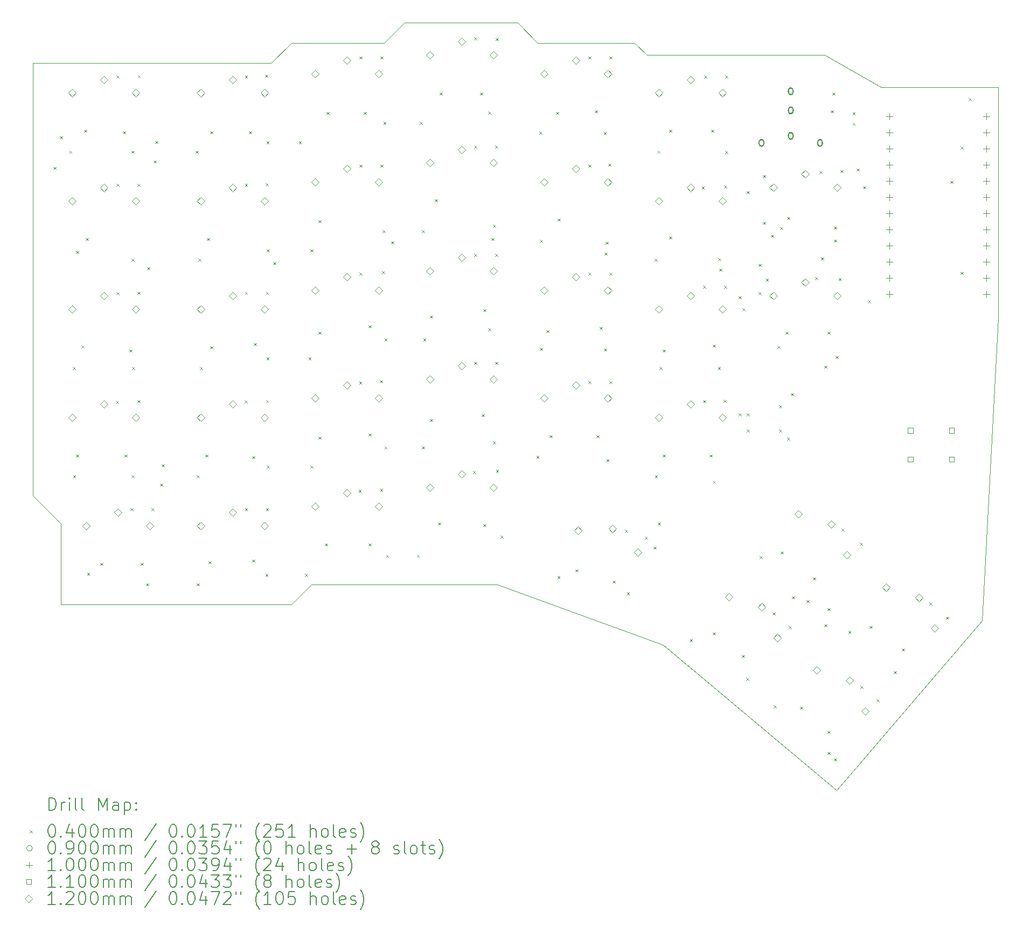
<source format=gbr>
%FSLAX45Y45*%
G04 Gerber Fmt 4.5, Leading zero omitted, Abs format (unit mm)*
G04 Created by KiCad (PCBNEW (6.0.5)) date 2022-06-20 01:21:09*
%MOMM*%
%LPD*%
G01*
G04 APERTURE LIST*
%TA.AperFunction,Profile*%
%ADD10C,0.100000*%
%TD*%
%ADD11C,0.200000*%
%ADD12C,0.040000*%
%ADD13C,0.090000*%
%ADD14C,0.100000*%
%ADD15C,0.110000*%
%ADD16C,0.120000*%
G04 APERTURE END LIST*
D10*
X11557000Y-4889500D02*
X11239500Y-4572000D01*
X13271500Y-5080000D02*
X13081000Y-4889500D01*
X16065500Y-5080000D02*
X13271500Y-5080000D01*
X9461500Y-4572000D02*
X9144000Y-4889500D01*
X9144000Y-4889500D02*
X7683500Y-4889500D01*
X16954500Y-5588000D02*
X16065500Y-5080000D01*
X4064000Y-12446000D02*
X4064000Y-13716000D01*
X16256000Y-16637000D02*
X18542000Y-13970000D01*
X7366000Y-5207000D02*
X3619500Y-5207000D01*
X13081000Y-4889500D02*
X11557000Y-4889500D01*
X18542000Y-13970000D02*
X18796000Y-9207500D01*
X11239500Y-4572000D02*
X9461500Y-4572000D01*
X18796000Y-5588000D02*
X16954500Y-5588000D01*
X3619500Y-5207000D02*
X3619500Y-12001500D01*
X3619500Y-12001500D02*
X4064000Y-12446000D01*
X18796000Y-9207500D02*
X18796000Y-5588000D01*
X7683500Y-13716000D02*
X8001000Y-13398500D01*
X7683500Y-4889500D02*
X7366000Y-5207000D01*
X8001000Y-13398500D02*
X10922000Y-13398500D01*
X4064000Y-13716000D02*
X7683500Y-13716000D01*
X10922000Y-13398500D02*
X13525500Y-14351000D01*
X13525500Y-14351000D02*
X16256000Y-16637000D01*
D11*
D12*
X3942400Y-6838000D02*
X3982400Y-6878000D01*
X3982400Y-6838000D02*
X3942400Y-6878000D01*
X4044000Y-6355400D02*
X4084000Y-6395400D01*
X4084000Y-6355400D02*
X4044000Y-6395400D01*
X4195380Y-6582980D02*
X4235380Y-6622980D01*
X4235380Y-6582980D02*
X4195380Y-6622980D01*
X4251820Y-9982980D02*
X4291820Y-10022980D01*
X4291820Y-9982980D02*
X4251820Y-10022980D01*
X4253620Y-11682980D02*
X4293620Y-11722980D01*
X4293620Y-11682980D02*
X4253620Y-11722980D01*
X4298000Y-8158980D02*
X4338000Y-8198980D01*
X4338000Y-8158980D02*
X4298000Y-8198980D01*
X4298000Y-11359200D02*
X4338000Y-11399200D01*
X4338000Y-11359200D02*
X4298000Y-11399200D01*
X4386900Y-9644700D02*
X4426900Y-9684700D01*
X4426900Y-9644700D02*
X4386900Y-9684700D01*
X4425000Y-6253800D02*
X4465000Y-6293800D01*
X4465000Y-6253800D02*
X4425000Y-6293800D01*
X4450400Y-7955600D02*
X4490400Y-7995600D01*
X4490400Y-7955600D02*
X4450400Y-7995600D01*
X4473485Y-13215715D02*
X4513485Y-13255715D01*
X4513485Y-13215715D02*
X4473485Y-13255715D01*
X4679000Y-13061000D02*
X4719000Y-13101000D01*
X4719000Y-13061000D02*
X4679000Y-13101000D01*
X4925635Y-10513635D02*
X4965635Y-10553635D01*
X4965635Y-10513635D02*
X4925635Y-10553635D01*
X4932885Y-8806385D02*
X4972885Y-8846385D01*
X4972885Y-8806385D02*
X4932885Y-8846385D01*
X4936163Y-5403106D02*
X4976163Y-5443106D01*
X4976163Y-5403106D02*
X4936163Y-5443106D01*
X4936163Y-7103106D02*
X4976163Y-7143106D01*
X4976163Y-7103106D02*
X4936163Y-7143106D01*
X5034600Y-6279200D02*
X5074600Y-6319200D01*
X5074600Y-6279200D02*
X5034600Y-6319200D01*
X5060000Y-11359200D02*
X5100000Y-11399200D01*
X5100000Y-11359200D02*
X5060000Y-11399200D01*
X5136200Y-9708200D02*
X5176200Y-9748200D01*
X5176200Y-9708200D02*
X5136200Y-9748200D01*
X5154760Y-12203260D02*
X5194760Y-12243260D01*
X5194760Y-12203260D02*
X5154760Y-12243260D01*
X5170000Y-6582980D02*
X5210000Y-6622980D01*
X5210000Y-6582980D02*
X5170000Y-6622980D01*
X5170000Y-8282980D02*
X5210000Y-8322980D01*
X5210000Y-8282980D02*
X5170000Y-8322980D01*
X5170000Y-11682980D02*
X5210000Y-11722980D01*
X5210000Y-11682980D02*
X5170000Y-11722980D01*
X5182380Y-9982980D02*
X5222380Y-10022980D01*
X5222380Y-9982980D02*
X5182380Y-10022980D01*
X5266163Y-7103106D02*
X5306163Y-7143106D01*
X5306163Y-7103106D02*
X5266163Y-7143106D01*
X5266163Y-8803106D02*
X5306163Y-8843106D01*
X5306163Y-8803106D02*
X5266163Y-8843106D01*
X5266163Y-10503106D02*
X5306163Y-10543106D01*
X5306163Y-10503106D02*
X5266163Y-10543106D01*
X5271135Y-5398135D02*
X5311135Y-5438135D01*
X5311135Y-5398135D02*
X5271135Y-5438135D01*
X5314000Y-13061000D02*
X5354000Y-13101000D01*
X5354000Y-13061000D02*
X5314000Y-13101000D01*
X5398420Y-13382980D02*
X5438420Y-13422980D01*
X5438420Y-13382980D02*
X5398420Y-13422980D01*
X5415600Y-8412800D02*
X5455600Y-8452800D01*
X5455600Y-8412800D02*
X5415600Y-8452800D01*
X5484913Y-12203106D02*
X5524913Y-12243106D01*
X5524913Y-12203106D02*
X5484913Y-12243106D01*
X5517200Y-6736400D02*
X5557200Y-6776400D01*
X5557200Y-6736400D02*
X5517200Y-6776400D01*
X5542600Y-6431600D02*
X5582600Y-6471600D01*
X5582600Y-6431600D02*
X5542600Y-6471600D01*
X5618800Y-11816400D02*
X5658800Y-11856400D01*
X5658800Y-11816400D02*
X5618800Y-11856400D01*
X5644200Y-11511600D02*
X5684200Y-11551600D01*
X5684200Y-11511600D02*
X5644200Y-11551600D01*
X6178620Y-6582980D02*
X6218620Y-6622980D01*
X6218620Y-6582980D02*
X6178620Y-6622980D01*
X6194780Y-13382980D02*
X6234780Y-13422980D01*
X6234780Y-13382980D02*
X6194780Y-13422980D01*
X6196580Y-11682980D02*
X6236580Y-11722980D01*
X6236580Y-11682980D02*
X6196580Y-11722980D01*
X6225580Y-8282980D02*
X6265580Y-8322980D01*
X6265580Y-8282980D02*
X6225580Y-8322980D01*
X6249180Y-9982980D02*
X6289180Y-10022980D01*
X6289180Y-9982980D02*
X6249180Y-10022980D01*
X6330000Y-11359200D02*
X6370000Y-11399200D01*
X6370000Y-11359200D02*
X6330000Y-11399200D01*
X6355400Y-7955600D02*
X6395400Y-7995600D01*
X6395400Y-7955600D02*
X6355400Y-7995600D01*
X6380800Y-13035600D02*
X6420800Y-13075600D01*
X6420800Y-13035600D02*
X6380800Y-13075600D01*
X6406200Y-6279200D02*
X6446200Y-6319200D01*
X6446200Y-6279200D02*
X6406200Y-6319200D01*
X6406200Y-9657400D02*
X6446200Y-9697400D01*
X6446200Y-9657400D02*
X6406200Y-9697400D01*
X6951009Y-10507010D02*
X6991009Y-10547010D01*
X6991009Y-10507010D02*
X6951009Y-10547010D01*
X6954913Y-5403106D02*
X6994913Y-5443106D01*
X6994913Y-5403106D02*
X6954913Y-5443106D01*
X6954913Y-7103106D02*
X6994913Y-7143106D01*
X6994913Y-7103106D02*
X6954913Y-7143106D01*
X6954913Y-8803106D02*
X6994913Y-8843106D01*
X6994913Y-8803106D02*
X6954913Y-8843106D01*
X6954913Y-12203106D02*
X6994913Y-12243106D01*
X6994913Y-12203106D02*
X6954913Y-12243106D01*
X7015800Y-6279200D02*
X7055800Y-6319200D01*
X7055800Y-6279200D02*
X7015800Y-6319200D01*
X7066600Y-11384600D02*
X7106600Y-11424600D01*
X7106600Y-11384600D02*
X7066600Y-11424600D01*
X7066600Y-13010200D02*
X7106600Y-13050200D01*
X7106600Y-13010200D02*
X7066600Y-13050200D01*
X7092000Y-9606600D02*
X7132000Y-9646600D01*
X7132000Y-9606600D02*
X7092000Y-9646600D01*
X7270903Y-5389097D02*
X7310903Y-5429097D01*
X7310903Y-5389097D02*
X7270903Y-5429097D01*
X7275620Y-13232980D02*
X7315620Y-13272980D01*
X7315620Y-13232980D02*
X7275620Y-13272980D01*
X7278153Y-7096347D02*
X7318153Y-7136347D01*
X7318153Y-7096347D02*
X7278153Y-7136347D01*
X7284913Y-8803106D02*
X7324913Y-8843106D01*
X7324913Y-8803106D02*
X7284913Y-8843106D01*
X7284913Y-10503106D02*
X7324913Y-10543106D01*
X7324913Y-10503106D02*
X7284913Y-10543106D01*
X7284913Y-12203106D02*
X7324913Y-12243106D01*
X7324913Y-12203106D02*
X7284913Y-12243106D01*
X7292980Y-9832980D02*
X7332980Y-9872980D01*
X7332980Y-9832980D02*
X7292980Y-9872980D01*
X7293820Y-6432980D02*
X7333820Y-6472980D01*
X7333820Y-6432980D02*
X7293820Y-6472980D01*
X7294780Y-8132980D02*
X7334780Y-8172980D01*
X7334780Y-8132980D02*
X7294780Y-8172980D01*
X7299220Y-11532980D02*
X7339220Y-11572980D01*
X7339220Y-11532980D02*
X7299220Y-11572980D01*
X7396800Y-8336600D02*
X7436800Y-8376600D01*
X7436800Y-8336600D02*
X7396800Y-8376600D01*
X7801820Y-6432980D02*
X7841820Y-6472980D01*
X7841820Y-6432980D02*
X7801820Y-6472980D01*
X7898980Y-13232980D02*
X7938980Y-13272980D01*
X7938980Y-13232980D02*
X7898980Y-13272980D01*
X7953380Y-9832980D02*
X7993380Y-9872980D01*
X7993380Y-9832980D02*
X7953380Y-9872980D01*
X7980580Y-8132980D02*
X8020580Y-8172980D01*
X8020580Y-8132980D02*
X7980580Y-8172980D01*
X7985020Y-11532980D02*
X8025020Y-11572980D01*
X8025020Y-11532980D02*
X7985020Y-11572980D01*
X8108000Y-7676200D02*
X8148000Y-7716200D01*
X8148000Y-7676200D02*
X8108000Y-7716200D01*
X8108000Y-9428800D02*
X8148000Y-9468800D01*
X8148000Y-9428800D02*
X8108000Y-9468800D01*
X8108000Y-11079800D02*
X8148000Y-11119800D01*
X8148000Y-11079800D02*
X8108000Y-11119800D01*
X8209600Y-12756200D02*
X8249600Y-12796200D01*
X8249600Y-12756200D02*
X8209600Y-12796200D01*
X8235000Y-5974400D02*
X8275000Y-6014400D01*
X8275000Y-5974400D02*
X8235000Y-6014400D01*
X8741510Y-11916509D02*
X8781510Y-11956509D01*
X8781510Y-11916509D02*
X8741510Y-11956509D01*
X8748760Y-10209260D02*
X8788760Y-10249260D01*
X8788760Y-10209260D02*
X8748760Y-10249260D01*
X8754913Y-5103106D02*
X8794913Y-5143106D01*
X8794913Y-5103106D02*
X8754913Y-5143106D01*
X8754913Y-6803106D02*
X8794913Y-6843106D01*
X8794913Y-6803106D02*
X8754913Y-6843106D01*
X8754913Y-8503106D02*
X8794913Y-8543106D01*
X8794913Y-8503106D02*
X8754913Y-8543106D01*
X8819200Y-5974400D02*
X8859200Y-6014400D01*
X8859200Y-5974400D02*
X8819200Y-6014400D01*
X8895400Y-9327200D02*
X8935400Y-9367200D01*
X8935400Y-9327200D02*
X8895400Y-9367200D01*
X8895400Y-11029000D02*
X8935400Y-11069000D01*
X8935400Y-11029000D02*
X8895400Y-11069000D01*
X8895400Y-12756200D02*
X8935400Y-12796200D01*
X8935400Y-12756200D02*
X8895400Y-12796200D01*
X9072903Y-10191097D02*
X9112903Y-10231097D01*
X9112903Y-10191097D02*
X9072903Y-10231097D01*
X9080153Y-11898347D02*
X9120153Y-11938347D01*
X9120153Y-11898347D02*
X9080153Y-11938347D01*
X9082903Y-5101097D02*
X9122903Y-5141097D01*
X9122903Y-5101097D02*
X9082903Y-5141097D01*
X9084913Y-6803106D02*
X9124913Y-6843106D01*
X9124913Y-6803106D02*
X9084913Y-6843106D01*
X9111510Y-8476510D02*
X9151510Y-8516510D01*
X9151510Y-8476510D02*
X9111510Y-8516510D01*
X9119620Y-7832980D02*
X9159620Y-7872980D01*
X9159620Y-7832980D02*
X9119620Y-7872980D01*
X9130180Y-6132980D02*
X9170180Y-6172980D01*
X9170180Y-6132980D02*
X9130180Y-6172980D01*
X9146820Y-9532980D02*
X9186820Y-9572980D01*
X9186820Y-9532980D02*
X9146820Y-9572980D01*
X9148620Y-11232980D02*
X9188620Y-11272980D01*
X9188620Y-11232980D02*
X9148620Y-11272980D01*
X9173780Y-12932980D02*
X9213780Y-12972980D01*
X9213780Y-12932980D02*
X9173780Y-12972980D01*
X9251000Y-8006400D02*
X9291000Y-8046400D01*
X9291000Y-8006400D02*
X9251000Y-8046400D01*
X9656380Y-12932980D02*
X9696380Y-12972980D01*
X9696380Y-12932980D02*
X9656380Y-12972980D01*
X9702020Y-6132980D02*
X9742020Y-6172980D01*
X9742020Y-6132980D02*
X9702020Y-6172980D01*
X9734380Y-11232980D02*
X9774380Y-11272980D01*
X9774380Y-11232980D02*
X9734380Y-11272980D01*
X9737980Y-7832980D02*
X9777980Y-7872980D01*
X9777980Y-7832980D02*
X9737980Y-7872980D01*
X9756420Y-9532980D02*
X9796420Y-9572980D01*
X9796420Y-9532980D02*
X9756420Y-9572980D01*
X9860600Y-9174800D02*
X9900600Y-9214800D01*
X9900600Y-9174800D02*
X9860600Y-9214800D01*
X9860600Y-10800400D02*
X9900600Y-10840400D01*
X9900600Y-10800400D02*
X9860600Y-10840400D01*
X9936800Y-7346000D02*
X9976800Y-7386000D01*
X9976800Y-7346000D02*
X9936800Y-7386000D01*
X9987600Y-12426000D02*
X10027600Y-12466000D01*
X10027600Y-12426000D02*
X9987600Y-12466000D01*
X10013000Y-5669600D02*
X10053000Y-5709600D01*
X10053000Y-5669600D02*
X10013000Y-5709600D01*
X10539260Y-11618760D02*
X10579260Y-11658760D01*
X10579260Y-11618760D02*
X10539260Y-11658760D01*
X10554913Y-4803106D02*
X10594913Y-4843106D01*
X10594913Y-4803106D02*
X10554913Y-4843106D01*
X10554913Y-6503106D02*
X10594913Y-6543106D01*
X10594913Y-6503106D02*
X10554913Y-6543106D01*
X10554913Y-8203106D02*
X10594913Y-8243106D01*
X10594913Y-8203106D02*
X10554913Y-8243106D01*
X10554913Y-9903106D02*
X10594913Y-9943106D01*
X10594913Y-9903106D02*
X10554913Y-9943106D01*
X10648000Y-5669600D02*
X10688000Y-5709600D01*
X10688000Y-5669600D02*
X10648000Y-5709600D01*
X10673400Y-10724200D02*
X10713400Y-10764200D01*
X10713400Y-10724200D02*
X10673400Y-10764200D01*
X10698800Y-9073200D02*
X10738800Y-9113200D01*
X10738800Y-9073200D02*
X10698800Y-9113200D01*
X10698800Y-12451400D02*
X10738800Y-12491400D01*
X10738800Y-12451400D02*
X10698800Y-12491400D01*
X10777585Y-5971815D02*
X10817585Y-6011815D01*
X10817585Y-5971815D02*
X10777585Y-6011815D01*
X10779385Y-9373615D02*
X10819385Y-9413615D01*
X10819385Y-9373615D02*
X10779385Y-9413615D01*
X10825800Y-7955600D02*
X10865800Y-7995600D01*
X10865800Y-7955600D02*
X10825800Y-7995600D01*
X10854685Y-7748915D02*
X10894685Y-7788915D01*
X10894685Y-7748915D02*
X10854685Y-7788915D01*
X10856485Y-11150715D02*
X10896485Y-11190715D01*
X10896485Y-11150715D02*
X10856485Y-11190715D01*
X10884913Y-6503106D02*
X10924913Y-6543106D01*
X10924913Y-6503106D02*
X10884913Y-6543106D01*
X10884913Y-8203106D02*
X10924913Y-8243106D01*
X10924913Y-8203106D02*
X10884913Y-8243106D01*
X10884913Y-9903106D02*
X10924913Y-9943106D01*
X10924913Y-9903106D02*
X10884913Y-9943106D01*
X10894903Y-4813097D02*
X10934903Y-4853097D01*
X10934903Y-4813097D02*
X10894903Y-4853097D01*
X10899394Y-11603106D02*
X10939394Y-11643106D01*
X10939394Y-11603106D02*
X10899394Y-11643106D01*
X10974420Y-12632980D02*
X11014420Y-12672980D01*
X11014420Y-12632980D02*
X10974420Y-12672980D01*
X11535380Y-11382980D02*
X11575380Y-11422980D01*
X11575380Y-11382980D02*
X11535380Y-11422980D01*
X11584020Y-6282980D02*
X11624020Y-6322980D01*
X11624020Y-6282980D02*
X11584020Y-6322980D01*
X11587620Y-9682980D02*
X11627620Y-9722980D01*
X11627620Y-9682980D02*
X11587620Y-9722980D01*
X11589780Y-7982980D02*
X11629780Y-8022980D01*
X11629780Y-7982980D02*
X11589780Y-8022980D01*
X11689400Y-9403400D02*
X11729400Y-9443400D01*
X11729400Y-9403400D02*
X11689400Y-9443400D01*
X11740200Y-11054400D02*
X11780200Y-11094400D01*
X11780200Y-11054400D02*
X11740200Y-11094400D01*
X11841800Y-5974400D02*
X11881800Y-6014400D01*
X11881800Y-5974400D02*
X11841800Y-6014400D01*
X11864630Y-13266770D02*
X11904630Y-13306770D01*
X11904630Y-13266770D02*
X11864630Y-13306770D01*
X11867200Y-7650800D02*
X11907200Y-7690800D01*
X11907200Y-7650800D02*
X11867200Y-7690800D01*
X12146600Y-13162600D02*
X12186600Y-13202600D01*
X12186600Y-13162600D02*
X12146600Y-13202600D01*
X12354913Y-5103106D02*
X12394913Y-5143106D01*
X12394913Y-5103106D02*
X12354913Y-5143106D01*
X12354913Y-6803106D02*
X12394913Y-6843106D01*
X12394913Y-6803106D02*
X12354913Y-6843106D01*
X12354913Y-8503106D02*
X12394913Y-8543106D01*
X12394913Y-8503106D02*
X12354913Y-8543106D01*
X12354913Y-10203106D02*
X12394913Y-10243106D01*
X12394913Y-10203106D02*
X12354913Y-10243106D01*
X12451400Y-5949000D02*
X12491400Y-5989000D01*
X12491400Y-5949000D02*
X12451400Y-5989000D01*
X12476800Y-11054400D02*
X12516800Y-11094400D01*
X12516800Y-11054400D02*
X12476800Y-11094400D01*
X12527600Y-9352600D02*
X12567600Y-9392600D01*
X12567600Y-9352600D02*
X12527600Y-9392600D01*
X12594385Y-6288615D02*
X12634385Y-6328615D01*
X12634385Y-6288615D02*
X12594385Y-6328615D01*
X12596185Y-9690415D02*
X12636185Y-9730415D01*
X12636185Y-9690415D02*
X12596185Y-9730415D01*
X12603800Y-8184200D02*
X12643800Y-8224200D01*
X12643800Y-8184200D02*
X12603800Y-8224200D01*
X12620685Y-8014915D02*
X12660685Y-8054915D01*
X12660685Y-8014915D02*
X12620685Y-8054915D01*
X12635185Y-11429415D02*
X12675185Y-11469415D01*
X12675185Y-11429415D02*
X12635185Y-11469415D01*
X12668153Y-6786347D02*
X12708153Y-6826347D01*
X12708153Y-6786347D02*
X12668153Y-6826347D01*
X12682653Y-10200847D02*
X12722653Y-10240847D01*
X12722653Y-10200847D02*
X12682653Y-10240847D01*
X12684913Y-5103106D02*
X12724913Y-5143106D01*
X12724913Y-5103106D02*
X12684913Y-5143106D01*
X12684913Y-8503106D02*
X12724913Y-8543106D01*
X12724913Y-8503106D02*
X12684913Y-8543106D01*
X12730800Y-13340400D02*
X12770800Y-13380400D01*
X12770800Y-13340400D02*
X12730800Y-13380400D01*
X12930037Y-12538783D02*
X12970037Y-12578783D01*
X12970037Y-12538783D02*
X12930037Y-12578783D01*
X12957814Y-13519786D02*
X12997814Y-13559786D01*
X12997814Y-13519786D02*
X12957814Y-13559786D01*
X13240136Y-12651650D02*
X13280136Y-12691650D01*
X13280136Y-12651650D02*
X13240136Y-12691650D01*
X13378500Y-12807000D02*
X13418500Y-12847000D01*
X13418500Y-12807000D02*
X13378500Y-12847000D01*
X13394020Y-8282980D02*
X13434020Y-8322980D01*
X13434020Y-8282980D02*
X13394020Y-8322980D01*
X13397620Y-11682980D02*
X13437620Y-11722980D01*
X13437620Y-11682980D02*
X13397620Y-11722980D01*
X13440980Y-6582980D02*
X13480980Y-6622980D01*
X13480980Y-6582980D02*
X13440980Y-6622980D01*
X13442000Y-12426000D02*
X13482000Y-12466000D01*
X13482000Y-12426000D02*
X13442000Y-12466000D01*
X13472260Y-9982740D02*
X13512260Y-10022740D01*
X13512260Y-9982740D02*
X13472260Y-10022740D01*
X13518200Y-9708200D02*
X13558200Y-9748200D01*
X13558200Y-9708200D02*
X13518200Y-9748200D01*
X13518200Y-11359200D02*
X13558200Y-11399200D01*
X13558200Y-11359200D02*
X13518200Y-11399200D01*
X13619800Y-6253800D02*
X13659800Y-6293800D01*
X13659800Y-6253800D02*
X13619800Y-6293800D01*
X13619800Y-7930200D02*
X13659800Y-7970200D01*
X13659800Y-7930200D02*
X13619800Y-7970200D01*
X13947280Y-14257520D02*
X13987280Y-14297520D01*
X13987280Y-14257520D02*
X13947280Y-14297520D01*
X14133959Y-7148959D02*
X14173959Y-7188959D01*
X14173959Y-7148959D02*
X14133959Y-7188959D01*
X14154913Y-8707406D02*
X14194913Y-8747406D01*
X14194913Y-8707406D02*
X14154913Y-8747406D01*
X14154913Y-10503106D02*
X14194913Y-10543106D01*
X14194913Y-10503106D02*
X14154913Y-10543106D01*
X14169913Y-5403106D02*
X14209913Y-5443106D01*
X14209913Y-5403106D02*
X14169913Y-5443106D01*
X14254800Y-11359200D02*
X14294800Y-11399200D01*
X14294800Y-11359200D02*
X14254800Y-11399200D01*
X14280200Y-6253800D02*
X14320200Y-6293800D01*
X14320200Y-6253800D02*
X14280200Y-6293800D01*
X14305600Y-9632000D02*
X14345600Y-9672000D01*
X14345600Y-9632000D02*
X14305600Y-9672000D01*
X14305600Y-14153200D02*
X14345600Y-14193200D01*
X14345600Y-14153200D02*
X14305600Y-14193200D01*
X14313221Y-11773716D02*
X14353221Y-11813716D01*
X14353221Y-11773716D02*
X14313221Y-11813716D01*
X14387705Y-9981695D02*
X14427705Y-10021695D01*
X14427705Y-9981695D02*
X14387705Y-10021695D01*
X14394185Y-8273415D02*
X14434185Y-8313415D01*
X14434185Y-8273415D02*
X14394185Y-8313415D01*
X14407200Y-8438200D02*
X14447200Y-8478200D01*
X14447200Y-8438200D02*
X14407200Y-8478200D01*
X14480403Y-10498597D02*
X14520403Y-10538597D01*
X14520403Y-10498597D02*
X14480403Y-10538597D01*
X14484913Y-7128006D02*
X14524913Y-7168006D01*
X14524913Y-7128006D02*
X14484913Y-7168006D01*
X14484913Y-8707406D02*
X14524913Y-8747406D01*
X14524913Y-8707406D02*
X14484913Y-8747406D01*
X14500750Y-5401440D02*
X14540750Y-5441440D01*
X14540750Y-5401440D02*
X14500750Y-5441440D01*
X14504183Y-6588617D02*
X14544183Y-6628617D01*
X14544183Y-6588617D02*
X14504183Y-6628617D01*
X14712000Y-8870000D02*
X14752000Y-8910000D01*
X14752000Y-8870000D02*
X14712000Y-8910000D01*
X14712000Y-10711500D02*
X14752000Y-10751500D01*
X14752000Y-10711500D02*
X14712000Y-10751500D01*
X14762567Y-14508800D02*
X14802567Y-14548800D01*
X14802567Y-14508800D02*
X14762567Y-14548800D01*
X14775500Y-9060500D02*
X14815500Y-9100500D01*
X14815500Y-9060500D02*
X14775500Y-9100500D01*
X14833673Y-14869727D02*
X14873673Y-14909727D01*
X14873673Y-14869727D02*
X14833673Y-14909727D01*
X14839000Y-7219000D02*
X14879000Y-7259000D01*
X14879000Y-7219000D02*
X14839000Y-7259000D01*
X14839000Y-10711500D02*
X14879000Y-10751500D01*
X14879000Y-10711500D02*
X14839000Y-10751500D01*
X14839000Y-10965500D02*
X14879000Y-11005500D01*
X14879000Y-10965500D02*
X14839000Y-11005500D01*
X15029500Y-8362000D02*
X15069500Y-8402000D01*
X15069500Y-8362000D02*
X15029500Y-8402000D01*
X15029615Y-8806385D02*
X15069615Y-8846385D01*
X15069615Y-8806385D02*
X15029615Y-8846385D01*
X15042200Y-12957425D02*
X15082200Y-12997425D01*
X15082200Y-12957425D02*
X15042200Y-12997425D01*
X15093000Y-6965000D02*
X15133000Y-7005000D01*
X15133000Y-6965000D02*
X15093000Y-7005000D01*
X15093000Y-7701600D02*
X15133000Y-7741600D01*
X15133000Y-7701600D02*
X15093000Y-7741600D01*
X15141095Y-8592445D02*
X15181095Y-8632445D01*
X15181095Y-8592445D02*
X15141095Y-8632445D01*
X15220000Y-7904800D02*
X15260000Y-7944800D01*
X15260000Y-7904800D02*
X15220000Y-7944800D01*
X15250353Y-13840451D02*
X15290353Y-13880451D01*
X15290353Y-13840451D02*
X15250353Y-13880451D01*
X15265473Y-15301527D02*
X15305473Y-15341527D01*
X15305473Y-15301527D02*
X15265473Y-15341527D01*
X15324635Y-9654365D02*
X15364635Y-9694365D01*
X15364635Y-9654365D02*
X15324635Y-9694365D01*
X15347000Y-10584500D02*
X15387000Y-10624500D01*
X15387000Y-10584500D02*
X15347000Y-10624500D01*
X15347000Y-10965500D02*
X15387000Y-11005500D01*
X15387000Y-10965500D02*
X15347000Y-11005500D01*
X15368298Y-7781902D02*
X15408298Y-7821902D01*
X15408298Y-7781902D02*
X15368298Y-7821902D01*
X15372400Y-12883200D02*
X15412400Y-12923200D01*
X15412400Y-12883200D02*
X15372400Y-12923200D01*
X15448600Y-9428800D02*
X15488600Y-9468800D01*
X15488600Y-9428800D02*
X15448600Y-9468800D01*
X15474000Y-7625400D02*
X15514000Y-7665400D01*
X15514000Y-7625400D02*
X15474000Y-7665400D01*
X15474000Y-11092500D02*
X15514000Y-11132500D01*
X15514000Y-11092500D02*
X15474000Y-11132500D01*
X15503148Y-14052571D02*
X15543148Y-14092571D01*
X15543148Y-14052571D02*
X15503148Y-14092571D01*
X15537500Y-10394000D02*
X15577500Y-10434000D01*
X15577500Y-10394000D02*
X15537500Y-10434000D01*
X15555828Y-13585187D02*
X15595828Y-13625187D01*
X15595828Y-13585187D02*
X15555828Y-13625187D01*
X15677200Y-15321600D02*
X15717200Y-15361600D01*
X15717200Y-15321600D02*
X15677200Y-15361600D01*
X15778800Y-13645200D02*
X15818800Y-13685200D01*
X15818800Y-13645200D02*
X15778800Y-13685200D01*
X15880400Y-13289600D02*
X15920400Y-13329600D01*
X15920400Y-13289600D02*
X15880400Y-13329600D01*
X15918500Y-8570605D02*
X15958500Y-8610605D01*
X15958500Y-8570605D02*
X15918500Y-8610605D01*
X15982000Y-6901500D02*
X16022000Y-6941500D01*
X16022000Y-6901500D02*
X15982000Y-6941500D01*
X16007400Y-8260400D02*
X16047400Y-8300400D01*
X16047400Y-8260400D02*
X16007400Y-8300400D01*
X16058200Y-9962200D02*
X16098200Y-10002200D01*
X16098200Y-9962200D02*
X16058200Y-10002200D01*
X16058200Y-14026200D02*
X16098200Y-14066200D01*
X16098200Y-14026200D02*
X16058200Y-14066200D01*
X16109000Y-9428800D02*
X16149000Y-9468800D01*
X16149000Y-9428800D02*
X16109000Y-9468800D01*
X16109000Y-13772200D02*
X16149000Y-13812200D01*
X16149000Y-13772200D02*
X16109000Y-13812200D01*
X16109000Y-15702600D02*
X16149000Y-15742600D01*
X16149000Y-15702600D02*
X16109000Y-15742600D01*
X16109247Y-16032553D02*
X16149247Y-16072553D01*
X16149247Y-16032553D02*
X16109247Y-16072553D01*
X16159800Y-5949000D02*
X16199800Y-5989000D01*
X16199800Y-5949000D02*
X16159800Y-5989000D01*
X16185200Y-5669600D02*
X16225200Y-5709600D01*
X16225200Y-5669600D02*
X16185200Y-5709600D01*
X16210600Y-7777800D02*
X16250600Y-7817800D01*
X16250600Y-7777800D02*
X16210600Y-7817800D01*
X16210600Y-7981000D02*
X16250600Y-8021000D01*
X16250600Y-7981000D02*
X16210600Y-8021000D01*
X16210600Y-16134400D02*
X16250600Y-16174400D01*
X16250600Y-16134400D02*
X16210600Y-16174400D01*
X16236000Y-9809800D02*
X16276000Y-9849800D01*
X16276000Y-9809800D02*
X16236000Y-9849800D01*
X16285750Y-8588940D02*
X16325750Y-8628940D01*
X16325750Y-8588940D02*
X16285750Y-8628940D01*
X16312060Y-6888940D02*
X16352060Y-6928940D01*
X16352060Y-6888940D02*
X16312060Y-6928940D01*
X16328708Y-12523792D02*
X16368708Y-12563792D01*
X16368708Y-12523792D02*
X16328708Y-12563792D01*
X16436819Y-14130181D02*
X16476819Y-14170181D01*
X16476819Y-14130181D02*
X16436819Y-14170181D01*
X16505240Y-5978260D02*
X16545240Y-6018260D01*
X16545240Y-5978260D02*
X16505240Y-6018260D01*
X16505240Y-6143260D02*
X16545240Y-6183260D01*
X16545240Y-6143260D02*
X16505240Y-6183260D01*
X16566200Y-6863400D02*
X16606200Y-6903400D01*
X16606200Y-6863400D02*
X16566200Y-6903400D01*
X16617000Y-12743500D02*
X16657000Y-12783500D01*
X16657000Y-12743500D02*
X16617000Y-12783500D01*
X16629233Y-14997469D02*
X16669233Y-15037469D01*
X16669233Y-14997469D02*
X16629233Y-15037469D01*
X16667800Y-7142800D02*
X16707800Y-7182800D01*
X16707800Y-7142800D02*
X16667800Y-7182800D01*
X16744000Y-8933500D02*
X16784000Y-8973500D01*
X16784000Y-8933500D02*
X16744000Y-8973500D01*
X16769400Y-14051600D02*
X16809400Y-14091600D01*
X16809400Y-14051600D02*
X16769400Y-14091600D01*
X16882028Y-15209589D02*
X16922028Y-15249589D01*
X16922028Y-15209589D02*
X16882028Y-15249589D01*
X17149958Y-14763242D02*
X17189958Y-14803242D01*
X17189958Y-14763242D02*
X17149958Y-14803242D01*
X17277400Y-14407200D02*
X17317400Y-14447200D01*
X17317400Y-14407200D02*
X17277400Y-14447200D01*
X17709639Y-13682861D02*
X17749639Y-13722861D01*
X17749639Y-13682861D02*
X17709639Y-13722861D01*
X17974767Y-13907313D02*
X18014767Y-13947313D01*
X18014767Y-13907313D02*
X17974767Y-13947313D01*
X18044360Y-7058860D02*
X18084360Y-7098860D01*
X18084360Y-7058860D02*
X18044360Y-7098860D01*
X18204500Y-6520500D02*
X18244500Y-6560500D01*
X18244500Y-6520500D02*
X18204500Y-6560500D01*
X18204500Y-8489000D02*
X18244500Y-8529000D01*
X18244500Y-8489000D02*
X18204500Y-8529000D01*
X18331500Y-5758500D02*
X18371500Y-5798500D01*
X18371500Y-5758500D02*
X18331500Y-5798500D01*
D13*
X15118500Y-6460750D02*
G75*
G03*
X15118500Y-6460750I-45000J0D01*
G01*
D11*
X15038500Y-6440750D02*
X15038500Y-6480750D01*
X15108500Y-6440750D02*
X15108500Y-6480750D01*
X15038500Y-6480750D02*
G75*
G03*
X15108500Y-6480750I35000J0D01*
G01*
X15108500Y-6440750D02*
G75*
G03*
X15038500Y-6440750I-35000J0D01*
G01*
D13*
X15578500Y-5650750D02*
G75*
G03*
X15578500Y-5650750I-45000J0D01*
G01*
D11*
X15498500Y-5630750D02*
X15498500Y-5670750D01*
X15568500Y-5630750D02*
X15568500Y-5670750D01*
X15498500Y-5670750D02*
G75*
G03*
X15568500Y-5670750I35000J0D01*
G01*
X15568500Y-5630750D02*
G75*
G03*
X15498500Y-5630750I-35000J0D01*
G01*
D13*
X15578500Y-5950750D02*
G75*
G03*
X15578500Y-5950750I-45000J0D01*
G01*
D11*
X15498500Y-5930750D02*
X15498500Y-5970750D01*
X15568500Y-5930750D02*
X15568500Y-5970750D01*
X15498500Y-5970750D02*
G75*
G03*
X15568500Y-5970750I35000J0D01*
G01*
X15568500Y-5930750D02*
G75*
G03*
X15498500Y-5930750I-35000J0D01*
G01*
D13*
X15578500Y-6350750D02*
G75*
G03*
X15578500Y-6350750I-45000J0D01*
G01*
D11*
X15498500Y-6330750D02*
X15498500Y-6370750D01*
X15568500Y-6330750D02*
X15568500Y-6370750D01*
X15498500Y-6370750D02*
G75*
G03*
X15568500Y-6370750I35000J0D01*
G01*
X15568500Y-6330750D02*
G75*
G03*
X15498500Y-6330750I-35000J0D01*
G01*
D13*
X15579291Y-5651182D02*
G75*
G03*
X15579291Y-5651182I-45000J0D01*
G01*
D11*
X15569291Y-5671182D02*
X15569291Y-5631182D01*
X15499291Y-5671182D02*
X15499291Y-5631182D01*
X15569291Y-5631182D02*
G75*
G03*
X15499291Y-5631182I-35000J0D01*
G01*
X15499291Y-5671182D02*
G75*
G03*
X15569291Y-5671182I35000J0D01*
G01*
D13*
X15579291Y-5951182D02*
G75*
G03*
X15579291Y-5951182I-45000J0D01*
G01*
D11*
X15569291Y-5971182D02*
X15569291Y-5931182D01*
X15499291Y-5971182D02*
X15499291Y-5931182D01*
X15569291Y-5931182D02*
G75*
G03*
X15499291Y-5931182I-35000J0D01*
G01*
X15499291Y-5971182D02*
G75*
G03*
X15569291Y-5971182I35000J0D01*
G01*
D13*
X15579291Y-6351182D02*
G75*
G03*
X15579291Y-6351182I-45000J0D01*
G01*
D11*
X15569291Y-6371182D02*
X15569291Y-6331182D01*
X15499291Y-6371182D02*
X15499291Y-6331182D01*
X15569291Y-6331182D02*
G75*
G03*
X15499291Y-6331182I-35000J0D01*
G01*
X15499291Y-6371182D02*
G75*
G03*
X15569291Y-6371182I35000J0D01*
G01*
D13*
X16039291Y-6461182D02*
G75*
G03*
X16039291Y-6461182I-45000J0D01*
G01*
D11*
X16029291Y-6481182D02*
X16029291Y-6441182D01*
X15959291Y-6481182D02*
X15959291Y-6441182D01*
X16029291Y-6441182D02*
G75*
G03*
X15959291Y-6441182I-35000J0D01*
G01*
X15959291Y-6481182D02*
G75*
G03*
X16029291Y-6481182I35000J0D01*
G01*
D14*
X17082500Y-5993250D02*
X17082500Y-6093250D01*
X17032500Y-6043250D02*
X17132500Y-6043250D01*
X17082500Y-6247250D02*
X17082500Y-6347250D01*
X17032500Y-6297250D02*
X17132500Y-6297250D01*
X17082500Y-6501250D02*
X17082500Y-6601250D01*
X17032500Y-6551250D02*
X17132500Y-6551250D01*
X17082500Y-6755250D02*
X17082500Y-6855250D01*
X17032500Y-6805250D02*
X17132500Y-6805250D01*
X17082500Y-7009250D02*
X17082500Y-7109250D01*
X17032500Y-7059250D02*
X17132500Y-7059250D01*
X17082500Y-7263250D02*
X17082500Y-7363250D01*
X17032500Y-7313250D02*
X17132500Y-7313250D01*
X17082500Y-7517250D02*
X17082500Y-7617250D01*
X17032500Y-7567250D02*
X17132500Y-7567250D01*
X17082500Y-7771250D02*
X17082500Y-7871250D01*
X17032500Y-7821250D02*
X17132500Y-7821250D01*
X17082500Y-8025250D02*
X17082500Y-8125250D01*
X17032500Y-8075250D02*
X17132500Y-8075250D01*
X17082500Y-8279250D02*
X17082500Y-8379250D01*
X17032500Y-8329250D02*
X17132500Y-8329250D01*
X17082500Y-8533250D02*
X17082500Y-8633250D01*
X17032500Y-8583250D02*
X17132500Y-8583250D01*
X17082500Y-8787250D02*
X17082500Y-8887250D01*
X17032500Y-8837250D02*
X17132500Y-8837250D01*
X18606500Y-5993250D02*
X18606500Y-6093250D01*
X18556500Y-6043250D02*
X18656500Y-6043250D01*
X18606500Y-6247250D02*
X18606500Y-6347250D01*
X18556500Y-6297250D02*
X18656500Y-6297250D01*
X18606500Y-6501250D02*
X18606500Y-6601250D01*
X18556500Y-6551250D02*
X18656500Y-6551250D01*
X18606500Y-6755250D02*
X18606500Y-6855250D01*
X18556500Y-6805250D02*
X18656500Y-6805250D01*
X18606500Y-7009250D02*
X18606500Y-7109250D01*
X18556500Y-7059250D02*
X18656500Y-7059250D01*
X18606500Y-7263250D02*
X18606500Y-7363250D01*
X18556500Y-7313250D02*
X18656500Y-7313250D01*
X18606500Y-7517250D02*
X18606500Y-7617250D01*
X18556500Y-7567250D02*
X18656500Y-7567250D01*
X18606500Y-7771250D02*
X18606500Y-7871250D01*
X18556500Y-7821250D02*
X18656500Y-7821250D01*
X18606500Y-8025250D02*
X18606500Y-8125250D01*
X18556500Y-8075250D02*
X18656500Y-8075250D01*
X18606500Y-8279250D02*
X18606500Y-8379250D01*
X18556500Y-8329250D02*
X18656500Y-8329250D01*
X18606500Y-8533250D02*
X18606500Y-8633250D01*
X18556500Y-8583250D02*
X18656500Y-8583250D01*
X18606500Y-8787250D02*
X18606500Y-8887250D01*
X18556500Y-8837250D02*
X18656500Y-8837250D01*
D15*
X17453251Y-11020371D02*
X17453251Y-10942589D01*
X17375469Y-10942589D01*
X17375469Y-11020371D01*
X17453251Y-11020371D01*
X17453251Y-11020371D02*
X17453251Y-10942589D01*
X17375469Y-10942589D01*
X17375469Y-11020371D01*
X17453251Y-11020371D01*
X17453251Y-11470371D02*
X17453251Y-11392589D01*
X17375469Y-11392589D01*
X17375469Y-11470371D01*
X17453251Y-11470371D01*
X17453251Y-11470371D02*
X17453251Y-11392589D01*
X17375469Y-11392589D01*
X17375469Y-11470371D01*
X17453251Y-11470371D01*
X18103251Y-11020371D02*
X18103251Y-10942589D01*
X18025469Y-10942589D01*
X18025469Y-11020371D01*
X18103251Y-11020371D01*
X18103251Y-11020371D02*
X18103251Y-10942589D01*
X18025469Y-10942589D01*
X18025469Y-11020371D01*
X18103251Y-11020371D01*
X18103251Y-11470371D02*
X18103251Y-11392589D01*
X18025469Y-11392589D01*
X18025469Y-11470371D01*
X18103251Y-11470371D01*
X18103251Y-11470371D02*
X18103251Y-11392589D01*
X18025469Y-11392589D01*
X18025469Y-11470371D01*
X18103251Y-11470371D01*
D16*
X4241000Y-5736440D02*
X4301000Y-5676440D01*
X4241000Y-5616440D01*
X4181000Y-5676440D01*
X4241000Y-5736440D01*
X4241000Y-7436440D02*
X4301000Y-7376440D01*
X4241000Y-7316440D01*
X4181000Y-7376440D01*
X4241000Y-7436440D01*
X4241000Y-9136440D02*
X4301000Y-9076440D01*
X4241000Y-9016440D01*
X4181000Y-9076440D01*
X4241000Y-9136440D01*
X4241000Y-10836440D02*
X4301000Y-10776440D01*
X4241000Y-10716440D01*
X4181000Y-10776440D01*
X4241000Y-10836440D01*
X4459750Y-12536440D02*
X4519750Y-12476440D01*
X4459750Y-12416440D01*
X4399750Y-12476440D01*
X4459750Y-12536440D01*
X4741000Y-5526440D02*
X4801000Y-5466440D01*
X4741000Y-5406440D01*
X4681000Y-5466440D01*
X4741000Y-5526440D01*
X4741000Y-7226440D02*
X4801000Y-7166440D01*
X4741000Y-7106440D01*
X4681000Y-7166440D01*
X4741000Y-7226440D01*
X4741000Y-8926440D02*
X4801000Y-8866440D01*
X4741000Y-8806440D01*
X4681000Y-8866440D01*
X4741000Y-8926440D01*
X4741000Y-10626440D02*
X4801000Y-10566440D01*
X4741000Y-10506440D01*
X4681000Y-10566440D01*
X4741000Y-10626440D01*
X4959750Y-12326440D02*
X5019750Y-12266440D01*
X4959750Y-12206440D01*
X4899750Y-12266440D01*
X4959750Y-12326440D01*
X5241000Y-5736440D02*
X5301000Y-5676440D01*
X5241000Y-5616440D01*
X5181000Y-5676440D01*
X5241000Y-5736440D01*
X5241000Y-7436440D02*
X5301000Y-7376440D01*
X5241000Y-7316440D01*
X5181000Y-7376440D01*
X5241000Y-7436440D01*
X5241000Y-9136440D02*
X5301000Y-9076440D01*
X5241000Y-9016440D01*
X5181000Y-9076440D01*
X5241000Y-9136440D01*
X5241000Y-10836440D02*
X5301000Y-10776440D01*
X5241000Y-10716440D01*
X5181000Y-10776440D01*
X5241000Y-10836440D01*
X5459750Y-12536440D02*
X5519750Y-12476440D01*
X5459750Y-12416440D01*
X5399750Y-12476440D01*
X5459750Y-12536440D01*
X6259750Y-5736440D02*
X6319750Y-5676440D01*
X6259750Y-5616440D01*
X6199750Y-5676440D01*
X6259750Y-5736440D01*
X6259750Y-7436440D02*
X6319750Y-7376440D01*
X6259750Y-7316440D01*
X6199750Y-7376440D01*
X6259750Y-7436440D01*
X6259750Y-9136440D02*
X6319750Y-9076440D01*
X6259750Y-9016440D01*
X6199750Y-9076440D01*
X6259750Y-9136440D01*
X6259750Y-10836440D02*
X6319750Y-10776440D01*
X6259750Y-10716440D01*
X6199750Y-10776440D01*
X6259750Y-10836440D01*
X6259750Y-12536440D02*
X6319750Y-12476440D01*
X6259750Y-12416440D01*
X6199750Y-12476440D01*
X6259750Y-12536440D01*
X6759750Y-5526440D02*
X6819750Y-5466440D01*
X6759750Y-5406440D01*
X6699750Y-5466440D01*
X6759750Y-5526440D01*
X6759750Y-7226440D02*
X6819750Y-7166440D01*
X6759750Y-7106440D01*
X6699750Y-7166440D01*
X6759750Y-7226440D01*
X6759750Y-8926440D02*
X6819750Y-8866440D01*
X6759750Y-8806440D01*
X6699750Y-8866440D01*
X6759750Y-8926440D01*
X6759750Y-10626440D02*
X6819750Y-10566440D01*
X6759750Y-10506440D01*
X6699750Y-10566440D01*
X6759750Y-10626440D01*
X6759750Y-12326440D02*
X6819750Y-12266440D01*
X6759750Y-12206440D01*
X6699750Y-12266440D01*
X6759750Y-12326440D01*
X7259750Y-5736440D02*
X7319750Y-5676440D01*
X7259750Y-5616440D01*
X7199750Y-5676440D01*
X7259750Y-5736440D01*
X7259750Y-7436440D02*
X7319750Y-7376440D01*
X7259750Y-7316440D01*
X7199750Y-7376440D01*
X7259750Y-7436440D01*
X7259750Y-9136440D02*
X7319750Y-9076440D01*
X7259750Y-9016440D01*
X7199750Y-9076440D01*
X7259750Y-9136440D01*
X7259750Y-10836440D02*
X7319750Y-10776440D01*
X7259750Y-10716440D01*
X7199750Y-10776440D01*
X7259750Y-10836440D01*
X7259750Y-12536440D02*
X7319750Y-12476440D01*
X7259750Y-12416440D01*
X7199750Y-12476440D01*
X7259750Y-12536440D01*
X8059750Y-5436440D02*
X8119750Y-5376440D01*
X8059750Y-5316440D01*
X7999750Y-5376440D01*
X8059750Y-5436440D01*
X8059750Y-7136440D02*
X8119750Y-7076440D01*
X8059750Y-7016440D01*
X7999750Y-7076440D01*
X8059750Y-7136440D01*
X8059750Y-8836440D02*
X8119750Y-8776440D01*
X8059750Y-8716440D01*
X7999750Y-8776440D01*
X8059750Y-8836440D01*
X8059750Y-10536440D02*
X8119750Y-10476440D01*
X8059750Y-10416440D01*
X7999750Y-10476440D01*
X8059750Y-10536440D01*
X8059750Y-12236440D02*
X8119750Y-12176440D01*
X8059750Y-12116440D01*
X7999750Y-12176440D01*
X8059750Y-12236440D01*
X8559750Y-5226440D02*
X8619750Y-5166440D01*
X8559750Y-5106440D01*
X8499750Y-5166440D01*
X8559750Y-5226440D01*
X8559750Y-6926440D02*
X8619750Y-6866440D01*
X8559750Y-6806440D01*
X8499750Y-6866440D01*
X8559750Y-6926440D01*
X8559750Y-8626440D02*
X8619750Y-8566440D01*
X8559750Y-8506440D01*
X8499750Y-8566440D01*
X8559750Y-8626440D01*
X8559750Y-10326440D02*
X8619750Y-10266440D01*
X8559750Y-10206440D01*
X8499750Y-10266440D01*
X8559750Y-10326440D01*
X8559750Y-12026440D02*
X8619750Y-11966440D01*
X8559750Y-11906440D01*
X8499750Y-11966440D01*
X8559750Y-12026440D01*
X9059750Y-5436440D02*
X9119750Y-5376440D01*
X9059750Y-5316440D01*
X8999750Y-5376440D01*
X9059750Y-5436440D01*
X9059750Y-7136440D02*
X9119750Y-7076440D01*
X9059750Y-7016440D01*
X8999750Y-7076440D01*
X9059750Y-7136440D01*
X9059750Y-8836440D02*
X9119750Y-8776440D01*
X9059750Y-8716440D01*
X8999750Y-8776440D01*
X9059750Y-8836440D01*
X9059750Y-10536440D02*
X9119750Y-10476440D01*
X9059750Y-10416440D01*
X8999750Y-10476440D01*
X9059750Y-10536440D01*
X9059750Y-12236440D02*
X9119750Y-12176440D01*
X9059750Y-12116440D01*
X8999750Y-12176440D01*
X9059750Y-12236440D01*
X9859750Y-5136440D02*
X9919750Y-5076440D01*
X9859750Y-5016440D01*
X9799750Y-5076440D01*
X9859750Y-5136440D01*
X9859750Y-6836440D02*
X9919750Y-6776440D01*
X9859750Y-6716440D01*
X9799750Y-6776440D01*
X9859750Y-6836440D01*
X9859750Y-8536440D02*
X9919750Y-8476440D01*
X9859750Y-8416440D01*
X9799750Y-8476440D01*
X9859750Y-8536440D01*
X9859750Y-10236440D02*
X9919750Y-10176440D01*
X9859750Y-10116440D01*
X9799750Y-10176440D01*
X9859750Y-10236440D01*
X9859750Y-11936440D02*
X9919750Y-11876440D01*
X9859750Y-11816440D01*
X9799750Y-11876440D01*
X9859750Y-11936440D01*
X10359750Y-4926440D02*
X10419750Y-4866440D01*
X10359750Y-4806440D01*
X10299750Y-4866440D01*
X10359750Y-4926440D01*
X10359750Y-6626440D02*
X10419750Y-6566440D01*
X10359750Y-6506440D01*
X10299750Y-6566440D01*
X10359750Y-6626440D01*
X10359750Y-8326440D02*
X10419750Y-8266440D01*
X10359750Y-8206440D01*
X10299750Y-8266440D01*
X10359750Y-8326440D01*
X10359750Y-10026440D02*
X10419750Y-9966440D01*
X10359750Y-9906440D01*
X10299750Y-9966440D01*
X10359750Y-10026440D01*
X10359750Y-11726440D02*
X10419750Y-11666440D01*
X10359750Y-11606440D01*
X10299750Y-11666440D01*
X10359750Y-11726440D01*
X10859750Y-5136440D02*
X10919750Y-5076440D01*
X10859750Y-5016440D01*
X10799750Y-5076440D01*
X10859750Y-5136440D01*
X10859750Y-6836440D02*
X10919750Y-6776440D01*
X10859750Y-6716440D01*
X10799750Y-6776440D01*
X10859750Y-6836440D01*
X10859750Y-8536440D02*
X10919750Y-8476440D01*
X10859750Y-8416440D01*
X10799750Y-8476440D01*
X10859750Y-8536440D01*
X10859750Y-10236440D02*
X10919750Y-10176440D01*
X10859750Y-10116440D01*
X10799750Y-10176440D01*
X10859750Y-10236440D01*
X10859750Y-11936440D02*
X10919750Y-11876440D01*
X10859750Y-11816440D01*
X10799750Y-11876440D01*
X10859750Y-11936440D01*
X11659750Y-5436440D02*
X11719750Y-5376440D01*
X11659750Y-5316440D01*
X11599750Y-5376440D01*
X11659750Y-5436440D01*
X11659750Y-7136440D02*
X11719750Y-7076440D01*
X11659750Y-7016440D01*
X11599750Y-7076440D01*
X11659750Y-7136440D01*
X11659750Y-8836440D02*
X11719750Y-8776440D01*
X11659750Y-8716440D01*
X11599750Y-8776440D01*
X11659750Y-8836440D01*
X11659750Y-10536440D02*
X11719750Y-10476440D01*
X11659750Y-10416440D01*
X11599750Y-10476440D01*
X11659750Y-10536440D01*
X12159750Y-5226440D02*
X12219750Y-5166440D01*
X12159750Y-5106440D01*
X12099750Y-5166440D01*
X12159750Y-5226440D01*
X12159750Y-6926440D02*
X12219750Y-6866440D01*
X12159750Y-6806440D01*
X12099750Y-6866440D01*
X12159750Y-6926440D01*
X12159750Y-8626440D02*
X12219750Y-8566440D01*
X12159750Y-8506440D01*
X12099750Y-8566440D01*
X12159750Y-8626440D01*
X12159750Y-10326440D02*
X12219750Y-10266440D01*
X12159750Y-10206440D01*
X12099750Y-10266440D01*
X12159750Y-10326440D01*
X12190840Y-12611852D02*
X12250840Y-12551852D01*
X12190840Y-12491852D01*
X12130840Y-12551852D01*
X12190840Y-12611852D01*
X12659750Y-5436440D02*
X12719750Y-5376440D01*
X12659750Y-5316440D01*
X12599750Y-5376440D01*
X12659750Y-5436440D01*
X12659750Y-7136440D02*
X12719750Y-7076440D01*
X12659750Y-7016440D01*
X12599750Y-7076440D01*
X12659750Y-7136440D01*
X12659750Y-8836440D02*
X12719750Y-8776440D01*
X12659750Y-8716440D01*
X12599750Y-8776440D01*
X12659750Y-8836440D01*
X12659750Y-10536440D02*
X12719750Y-10476440D01*
X12659750Y-10416440D01*
X12599750Y-10476440D01*
X12659750Y-10536440D01*
X12732510Y-12585527D02*
X12792510Y-12525527D01*
X12732510Y-12465527D01*
X12672510Y-12525527D01*
X12732510Y-12585527D01*
X13130532Y-12953872D02*
X13190532Y-12893872D01*
X13130532Y-12833872D01*
X13070532Y-12893872D01*
X13130532Y-12953872D01*
X13459750Y-5736440D02*
X13519750Y-5676440D01*
X13459750Y-5616440D01*
X13399750Y-5676440D01*
X13459750Y-5736440D01*
X13459750Y-7436440D02*
X13519750Y-7376440D01*
X13459750Y-7316440D01*
X13399750Y-7376440D01*
X13459750Y-7436440D01*
X13459750Y-9136440D02*
X13519750Y-9076440D01*
X13459750Y-9016440D01*
X13399750Y-9076440D01*
X13459750Y-9136440D01*
X13459750Y-10836440D02*
X13519750Y-10776440D01*
X13459750Y-10716440D01*
X13399750Y-10776440D01*
X13459750Y-10836440D01*
X13959750Y-5526440D02*
X14019750Y-5466440D01*
X13959750Y-5406440D01*
X13899750Y-5466440D01*
X13959750Y-5526440D01*
X13959750Y-7226440D02*
X14019750Y-7166440D01*
X13959750Y-7106440D01*
X13899750Y-7166440D01*
X13959750Y-7226440D01*
X13959750Y-8926440D02*
X14019750Y-8866440D01*
X13959750Y-8806440D01*
X13899750Y-8866440D01*
X13959750Y-8926440D01*
X13959750Y-10626440D02*
X14019750Y-10566440D01*
X13959750Y-10506440D01*
X13899750Y-10566440D01*
X13959750Y-10626440D01*
X14459750Y-5736440D02*
X14519750Y-5676440D01*
X14459750Y-5616440D01*
X14399750Y-5676440D01*
X14459750Y-5736440D01*
X14459750Y-7436440D02*
X14519750Y-7376440D01*
X14459750Y-7316440D01*
X14399750Y-7376440D01*
X14459750Y-7436440D01*
X14459750Y-9136440D02*
X14519750Y-9076440D01*
X14459750Y-9016440D01*
X14399750Y-9076440D01*
X14459750Y-9136440D01*
X14459750Y-10836440D02*
X14519750Y-10776440D01*
X14459750Y-10716440D01*
X14399750Y-10776440D01*
X14459750Y-10836440D01*
X14558792Y-13653890D02*
X14618792Y-13593890D01*
X14558792Y-13533890D01*
X14498792Y-13593890D01*
X14558792Y-13653890D01*
X15076799Y-13814415D02*
X15136799Y-13754415D01*
X15076799Y-13694415D01*
X15016799Y-13754415D01*
X15076799Y-13814415D01*
X15259750Y-7223940D02*
X15319750Y-7163940D01*
X15259750Y-7103940D01*
X15199750Y-7163940D01*
X15259750Y-7223940D01*
X15259750Y-8923940D02*
X15319750Y-8863940D01*
X15259750Y-8803940D01*
X15199750Y-8863940D01*
X15259750Y-8923940D01*
X15324836Y-14296678D02*
X15384836Y-14236678D01*
X15324836Y-14176678D01*
X15264836Y-14236678D01*
X15324836Y-14296678D01*
X15651531Y-12351614D02*
X15711531Y-12291614D01*
X15651531Y-12231614D01*
X15591531Y-12291614D01*
X15651531Y-12351614D01*
X15759750Y-7013940D02*
X15819750Y-6953940D01*
X15759750Y-6893940D01*
X15699750Y-6953940D01*
X15759750Y-7013940D01*
X15759750Y-8713940D02*
X15819750Y-8653940D01*
X15759750Y-8593940D01*
X15699750Y-8653940D01*
X15759750Y-8713940D01*
X15937672Y-14810908D02*
X15997672Y-14750908D01*
X15937672Y-14690908D01*
X15877672Y-14750908D01*
X15937672Y-14810908D01*
X16169538Y-12512139D02*
X16229538Y-12452139D01*
X16169538Y-12392139D01*
X16109538Y-12452139D01*
X16169538Y-12512139D01*
X16259750Y-7223940D02*
X16319750Y-7163940D01*
X16259750Y-7103940D01*
X16199750Y-7163940D01*
X16259750Y-7223940D01*
X16259750Y-8923940D02*
X16319750Y-8863940D01*
X16259750Y-8803940D01*
X16199750Y-8863940D01*
X16259750Y-8923940D01*
X16417575Y-12994402D02*
X16477575Y-12934402D01*
X16417575Y-12874402D01*
X16357575Y-12934402D01*
X16417575Y-12994402D01*
X16455679Y-14971432D02*
X16515679Y-14911432D01*
X16455679Y-14851432D01*
X16395679Y-14911432D01*
X16455679Y-14971432D01*
X16703716Y-15453695D02*
X16763716Y-15393695D01*
X16703716Y-15333695D01*
X16643716Y-15393695D01*
X16703716Y-15453695D01*
X17030411Y-13508632D02*
X17090411Y-13448632D01*
X17030411Y-13388632D01*
X16970411Y-13448632D01*
X17030411Y-13508632D01*
X17548418Y-13669157D02*
X17608418Y-13609157D01*
X17548418Y-13549157D01*
X17488418Y-13609157D01*
X17548418Y-13669157D01*
X17796455Y-14151420D02*
X17856455Y-14091420D01*
X17796455Y-14031420D01*
X17736455Y-14091420D01*
X17796455Y-14151420D01*
D11*
X3872119Y-16952476D02*
X3872119Y-16752476D01*
X3919738Y-16752476D01*
X3948309Y-16762000D01*
X3967357Y-16781048D01*
X3976881Y-16800095D01*
X3986405Y-16838190D01*
X3986405Y-16866762D01*
X3976881Y-16904857D01*
X3967357Y-16923905D01*
X3948309Y-16942952D01*
X3919738Y-16952476D01*
X3872119Y-16952476D01*
X4072119Y-16952476D02*
X4072119Y-16819143D01*
X4072119Y-16857238D02*
X4081643Y-16838190D01*
X4091167Y-16828667D01*
X4110214Y-16819143D01*
X4129262Y-16819143D01*
X4195929Y-16952476D02*
X4195929Y-16819143D01*
X4195929Y-16752476D02*
X4186405Y-16762000D01*
X4195929Y-16771524D01*
X4205452Y-16762000D01*
X4195929Y-16752476D01*
X4195929Y-16771524D01*
X4319738Y-16952476D02*
X4300690Y-16942952D01*
X4291167Y-16923905D01*
X4291167Y-16752476D01*
X4424500Y-16952476D02*
X4405452Y-16942952D01*
X4395929Y-16923905D01*
X4395929Y-16752476D01*
X4653071Y-16952476D02*
X4653071Y-16752476D01*
X4719738Y-16895333D01*
X4786405Y-16752476D01*
X4786405Y-16952476D01*
X4967357Y-16952476D02*
X4967357Y-16847714D01*
X4957833Y-16828667D01*
X4938786Y-16819143D01*
X4900690Y-16819143D01*
X4881643Y-16828667D01*
X4967357Y-16942952D02*
X4948310Y-16952476D01*
X4900690Y-16952476D01*
X4881643Y-16942952D01*
X4872119Y-16923905D01*
X4872119Y-16904857D01*
X4881643Y-16885810D01*
X4900690Y-16876286D01*
X4948310Y-16876286D01*
X4967357Y-16866762D01*
X5062595Y-16819143D02*
X5062595Y-17019143D01*
X5062595Y-16828667D02*
X5081643Y-16819143D01*
X5119738Y-16819143D01*
X5138786Y-16828667D01*
X5148310Y-16838190D01*
X5157833Y-16857238D01*
X5157833Y-16914381D01*
X5148310Y-16933429D01*
X5138786Y-16942952D01*
X5119738Y-16952476D01*
X5081643Y-16952476D01*
X5062595Y-16942952D01*
X5243548Y-16933429D02*
X5253071Y-16942952D01*
X5243548Y-16952476D01*
X5234024Y-16942952D01*
X5243548Y-16933429D01*
X5243548Y-16952476D01*
X5243548Y-16828667D02*
X5253071Y-16838190D01*
X5243548Y-16847714D01*
X5234024Y-16838190D01*
X5243548Y-16828667D01*
X5243548Y-16847714D01*
D12*
X3574500Y-17262000D02*
X3614500Y-17302000D01*
X3614500Y-17262000D02*
X3574500Y-17302000D01*
D11*
X3910214Y-17172476D02*
X3929262Y-17172476D01*
X3948309Y-17182000D01*
X3957833Y-17191524D01*
X3967357Y-17210571D01*
X3976881Y-17248667D01*
X3976881Y-17296286D01*
X3967357Y-17334381D01*
X3957833Y-17353429D01*
X3948309Y-17362952D01*
X3929262Y-17372476D01*
X3910214Y-17372476D01*
X3891167Y-17362952D01*
X3881643Y-17353429D01*
X3872119Y-17334381D01*
X3862595Y-17296286D01*
X3862595Y-17248667D01*
X3872119Y-17210571D01*
X3881643Y-17191524D01*
X3891167Y-17182000D01*
X3910214Y-17172476D01*
X4062595Y-17353429D02*
X4072119Y-17362952D01*
X4062595Y-17372476D01*
X4053071Y-17362952D01*
X4062595Y-17353429D01*
X4062595Y-17372476D01*
X4243548Y-17239143D02*
X4243548Y-17372476D01*
X4195929Y-17162952D02*
X4148309Y-17305810D01*
X4272119Y-17305810D01*
X4386405Y-17172476D02*
X4405452Y-17172476D01*
X4424500Y-17182000D01*
X4434024Y-17191524D01*
X4443548Y-17210571D01*
X4453071Y-17248667D01*
X4453071Y-17296286D01*
X4443548Y-17334381D01*
X4434024Y-17353429D01*
X4424500Y-17362952D01*
X4405452Y-17372476D01*
X4386405Y-17372476D01*
X4367357Y-17362952D01*
X4357833Y-17353429D01*
X4348310Y-17334381D01*
X4338786Y-17296286D01*
X4338786Y-17248667D01*
X4348310Y-17210571D01*
X4357833Y-17191524D01*
X4367357Y-17182000D01*
X4386405Y-17172476D01*
X4576881Y-17172476D02*
X4595929Y-17172476D01*
X4614976Y-17182000D01*
X4624500Y-17191524D01*
X4634024Y-17210571D01*
X4643548Y-17248667D01*
X4643548Y-17296286D01*
X4634024Y-17334381D01*
X4624500Y-17353429D01*
X4614976Y-17362952D01*
X4595929Y-17372476D01*
X4576881Y-17372476D01*
X4557833Y-17362952D01*
X4548310Y-17353429D01*
X4538786Y-17334381D01*
X4529262Y-17296286D01*
X4529262Y-17248667D01*
X4538786Y-17210571D01*
X4548310Y-17191524D01*
X4557833Y-17182000D01*
X4576881Y-17172476D01*
X4729262Y-17372476D02*
X4729262Y-17239143D01*
X4729262Y-17258190D02*
X4738786Y-17248667D01*
X4757833Y-17239143D01*
X4786405Y-17239143D01*
X4805452Y-17248667D01*
X4814976Y-17267714D01*
X4814976Y-17372476D01*
X4814976Y-17267714D02*
X4824500Y-17248667D01*
X4843548Y-17239143D01*
X4872119Y-17239143D01*
X4891167Y-17248667D01*
X4900690Y-17267714D01*
X4900690Y-17372476D01*
X4995929Y-17372476D02*
X4995929Y-17239143D01*
X4995929Y-17258190D02*
X5005452Y-17248667D01*
X5024500Y-17239143D01*
X5053071Y-17239143D01*
X5072119Y-17248667D01*
X5081643Y-17267714D01*
X5081643Y-17372476D01*
X5081643Y-17267714D02*
X5091167Y-17248667D01*
X5110214Y-17239143D01*
X5138786Y-17239143D01*
X5157833Y-17248667D01*
X5167357Y-17267714D01*
X5167357Y-17372476D01*
X5557833Y-17162952D02*
X5386405Y-17420095D01*
X5814976Y-17172476D02*
X5834024Y-17172476D01*
X5853071Y-17182000D01*
X5862595Y-17191524D01*
X5872119Y-17210571D01*
X5881643Y-17248667D01*
X5881643Y-17296286D01*
X5872119Y-17334381D01*
X5862595Y-17353429D01*
X5853071Y-17362952D01*
X5834024Y-17372476D01*
X5814976Y-17372476D01*
X5795928Y-17362952D01*
X5786405Y-17353429D01*
X5776881Y-17334381D01*
X5767357Y-17296286D01*
X5767357Y-17248667D01*
X5776881Y-17210571D01*
X5786405Y-17191524D01*
X5795928Y-17182000D01*
X5814976Y-17172476D01*
X5967357Y-17353429D02*
X5976881Y-17362952D01*
X5967357Y-17372476D01*
X5957833Y-17362952D01*
X5967357Y-17353429D01*
X5967357Y-17372476D01*
X6100690Y-17172476D02*
X6119738Y-17172476D01*
X6138786Y-17182000D01*
X6148309Y-17191524D01*
X6157833Y-17210571D01*
X6167357Y-17248667D01*
X6167357Y-17296286D01*
X6157833Y-17334381D01*
X6148309Y-17353429D01*
X6138786Y-17362952D01*
X6119738Y-17372476D01*
X6100690Y-17372476D01*
X6081643Y-17362952D01*
X6072119Y-17353429D01*
X6062595Y-17334381D01*
X6053071Y-17296286D01*
X6053071Y-17248667D01*
X6062595Y-17210571D01*
X6072119Y-17191524D01*
X6081643Y-17182000D01*
X6100690Y-17172476D01*
X6357833Y-17372476D02*
X6243548Y-17372476D01*
X6300690Y-17372476D02*
X6300690Y-17172476D01*
X6281643Y-17201048D01*
X6262595Y-17220095D01*
X6243548Y-17229619D01*
X6538786Y-17172476D02*
X6443548Y-17172476D01*
X6434024Y-17267714D01*
X6443548Y-17258190D01*
X6462595Y-17248667D01*
X6510214Y-17248667D01*
X6529262Y-17258190D01*
X6538786Y-17267714D01*
X6548309Y-17286762D01*
X6548309Y-17334381D01*
X6538786Y-17353429D01*
X6529262Y-17362952D01*
X6510214Y-17372476D01*
X6462595Y-17372476D01*
X6443548Y-17362952D01*
X6434024Y-17353429D01*
X6614976Y-17172476D02*
X6748309Y-17172476D01*
X6662595Y-17372476D01*
X6814976Y-17172476D02*
X6814976Y-17210571D01*
X6891167Y-17172476D02*
X6891167Y-17210571D01*
X7186405Y-17448667D02*
X7176881Y-17439143D01*
X7157833Y-17410571D01*
X7148309Y-17391524D01*
X7138786Y-17362952D01*
X7129262Y-17315333D01*
X7129262Y-17277238D01*
X7138786Y-17229619D01*
X7148309Y-17201048D01*
X7157833Y-17182000D01*
X7176881Y-17153429D01*
X7186405Y-17143905D01*
X7253071Y-17191524D02*
X7262595Y-17182000D01*
X7281643Y-17172476D01*
X7329262Y-17172476D01*
X7348309Y-17182000D01*
X7357833Y-17191524D01*
X7367357Y-17210571D01*
X7367357Y-17229619D01*
X7357833Y-17258190D01*
X7243548Y-17372476D01*
X7367357Y-17372476D01*
X7548309Y-17172476D02*
X7453071Y-17172476D01*
X7443548Y-17267714D01*
X7453071Y-17258190D01*
X7472119Y-17248667D01*
X7519738Y-17248667D01*
X7538786Y-17258190D01*
X7548309Y-17267714D01*
X7557833Y-17286762D01*
X7557833Y-17334381D01*
X7548309Y-17353429D01*
X7538786Y-17362952D01*
X7519738Y-17372476D01*
X7472119Y-17372476D01*
X7453071Y-17362952D01*
X7443548Y-17353429D01*
X7748309Y-17372476D02*
X7634024Y-17372476D01*
X7691167Y-17372476D02*
X7691167Y-17172476D01*
X7672119Y-17201048D01*
X7653071Y-17220095D01*
X7634024Y-17229619D01*
X7986405Y-17372476D02*
X7986405Y-17172476D01*
X8072119Y-17372476D02*
X8072119Y-17267714D01*
X8062595Y-17248667D01*
X8043548Y-17239143D01*
X8014976Y-17239143D01*
X7995928Y-17248667D01*
X7986405Y-17258190D01*
X8195928Y-17372476D02*
X8176881Y-17362952D01*
X8167357Y-17353429D01*
X8157833Y-17334381D01*
X8157833Y-17277238D01*
X8167357Y-17258190D01*
X8176881Y-17248667D01*
X8195928Y-17239143D01*
X8224500Y-17239143D01*
X8243548Y-17248667D01*
X8253071Y-17258190D01*
X8262595Y-17277238D01*
X8262595Y-17334381D01*
X8253071Y-17353429D01*
X8243548Y-17362952D01*
X8224500Y-17372476D01*
X8195928Y-17372476D01*
X8376881Y-17372476D02*
X8357833Y-17362952D01*
X8348309Y-17343905D01*
X8348309Y-17172476D01*
X8529262Y-17362952D02*
X8510214Y-17372476D01*
X8472119Y-17372476D01*
X8453071Y-17362952D01*
X8443548Y-17343905D01*
X8443548Y-17267714D01*
X8453071Y-17248667D01*
X8472119Y-17239143D01*
X8510214Y-17239143D01*
X8529262Y-17248667D01*
X8538786Y-17267714D01*
X8538786Y-17286762D01*
X8443548Y-17305810D01*
X8614976Y-17362952D02*
X8634024Y-17372476D01*
X8672119Y-17372476D01*
X8691167Y-17362952D01*
X8700690Y-17343905D01*
X8700690Y-17334381D01*
X8691167Y-17315333D01*
X8672119Y-17305810D01*
X8643548Y-17305810D01*
X8624500Y-17296286D01*
X8614976Y-17277238D01*
X8614976Y-17267714D01*
X8624500Y-17248667D01*
X8643548Y-17239143D01*
X8672119Y-17239143D01*
X8691167Y-17248667D01*
X8767357Y-17448667D02*
X8776881Y-17439143D01*
X8795929Y-17410571D01*
X8805452Y-17391524D01*
X8814976Y-17362952D01*
X8824500Y-17315333D01*
X8824500Y-17277238D01*
X8814976Y-17229619D01*
X8805452Y-17201048D01*
X8795929Y-17182000D01*
X8776881Y-17153429D01*
X8767357Y-17143905D01*
D13*
X3614500Y-17546000D02*
G75*
G03*
X3614500Y-17546000I-45000J0D01*
G01*
D11*
X3910214Y-17436476D02*
X3929262Y-17436476D01*
X3948309Y-17446000D01*
X3957833Y-17455524D01*
X3967357Y-17474571D01*
X3976881Y-17512667D01*
X3976881Y-17560286D01*
X3967357Y-17598381D01*
X3957833Y-17617429D01*
X3948309Y-17626952D01*
X3929262Y-17636476D01*
X3910214Y-17636476D01*
X3891167Y-17626952D01*
X3881643Y-17617429D01*
X3872119Y-17598381D01*
X3862595Y-17560286D01*
X3862595Y-17512667D01*
X3872119Y-17474571D01*
X3881643Y-17455524D01*
X3891167Y-17446000D01*
X3910214Y-17436476D01*
X4062595Y-17617429D02*
X4072119Y-17626952D01*
X4062595Y-17636476D01*
X4053071Y-17626952D01*
X4062595Y-17617429D01*
X4062595Y-17636476D01*
X4167357Y-17636476D02*
X4205452Y-17636476D01*
X4224500Y-17626952D01*
X4234024Y-17617429D01*
X4253071Y-17588857D01*
X4262595Y-17550762D01*
X4262595Y-17474571D01*
X4253071Y-17455524D01*
X4243548Y-17446000D01*
X4224500Y-17436476D01*
X4186405Y-17436476D01*
X4167357Y-17446000D01*
X4157833Y-17455524D01*
X4148309Y-17474571D01*
X4148309Y-17522190D01*
X4157833Y-17541238D01*
X4167357Y-17550762D01*
X4186405Y-17560286D01*
X4224500Y-17560286D01*
X4243548Y-17550762D01*
X4253071Y-17541238D01*
X4262595Y-17522190D01*
X4386405Y-17436476D02*
X4405452Y-17436476D01*
X4424500Y-17446000D01*
X4434024Y-17455524D01*
X4443548Y-17474571D01*
X4453071Y-17512667D01*
X4453071Y-17560286D01*
X4443548Y-17598381D01*
X4434024Y-17617429D01*
X4424500Y-17626952D01*
X4405452Y-17636476D01*
X4386405Y-17636476D01*
X4367357Y-17626952D01*
X4357833Y-17617429D01*
X4348310Y-17598381D01*
X4338786Y-17560286D01*
X4338786Y-17512667D01*
X4348310Y-17474571D01*
X4357833Y-17455524D01*
X4367357Y-17446000D01*
X4386405Y-17436476D01*
X4576881Y-17436476D02*
X4595929Y-17436476D01*
X4614976Y-17446000D01*
X4624500Y-17455524D01*
X4634024Y-17474571D01*
X4643548Y-17512667D01*
X4643548Y-17560286D01*
X4634024Y-17598381D01*
X4624500Y-17617429D01*
X4614976Y-17626952D01*
X4595929Y-17636476D01*
X4576881Y-17636476D01*
X4557833Y-17626952D01*
X4548310Y-17617429D01*
X4538786Y-17598381D01*
X4529262Y-17560286D01*
X4529262Y-17512667D01*
X4538786Y-17474571D01*
X4548310Y-17455524D01*
X4557833Y-17446000D01*
X4576881Y-17436476D01*
X4729262Y-17636476D02*
X4729262Y-17503143D01*
X4729262Y-17522190D02*
X4738786Y-17512667D01*
X4757833Y-17503143D01*
X4786405Y-17503143D01*
X4805452Y-17512667D01*
X4814976Y-17531714D01*
X4814976Y-17636476D01*
X4814976Y-17531714D02*
X4824500Y-17512667D01*
X4843548Y-17503143D01*
X4872119Y-17503143D01*
X4891167Y-17512667D01*
X4900690Y-17531714D01*
X4900690Y-17636476D01*
X4995929Y-17636476D02*
X4995929Y-17503143D01*
X4995929Y-17522190D02*
X5005452Y-17512667D01*
X5024500Y-17503143D01*
X5053071Y-17503143D01*
X5072119Y-17512667D01*
X5081643Y-17531714D01*
X5081643Y-17636476D01*
X5081643Y-17531714D02*
X5091167Y-17512667D01*
X5110214Y-17503143D01*
X5138786Y-17503143D01*
X5157833Y-17512667D01*
X5167357Y-17531714D01*
X5167357Y-17636476D01*
X5557833Y-17426952D02*
X5386405Y-17684095D01*
X5814976Y-17436476D02*
X5834024Y-17436476D01*
X5853071Y-17446000D01*
X5862595Y-17455524D01*
X5872119Y-17474571D01*
X5881643Y-17512667D01*
X5881643Y-17560286D01*
X5872119Y-17598381D01*
X5862595Y-17617429D01*
X5853071Y-17626952D01*
X5834024Y-17636476D01*
X5814976Y-17636476D01*
X5795928Y-17626952D01*
X5786405Y-17617429D01*
X5776881Y-17598381D01*
X5767357Y-17560286D01*
X5767357Y-17512667D01*
X5776881Y-17474571D01*
X5786405Y-17455524D01*
X5795928Y-17446000D01*
X5814976Y-17436476D01*
X5967357Y-17617429D02*
X5976881Y-17626952D01*
X5967357Y-17636476D01*
X5957833Y-17626952D01*
X5967357Y-17617429D01*
X5967357Y-17636476D01*
X6100690Y-17436476D02*
X6119738Y-17436476D01*
X6138786Y-17446000D01*
X6148309Y-17455524D01*
X6157833Y-17474571D01*
X6167357Y-17512667D01*
X6167357Y-17560286D01*
X6157833Y-17598381D01*
X6148309Y-17617429D01*
X6138786Y-17626952D01*
X6119738Y-17636476D01*
X6100690Y-17636476D01*
X6081643Y-17626952D01*
X6072119Y-17617429D01*
X6062595Y-17598381D01*
X6053071Y-17560286D01*
X6053071Y-17512667D01*
X6062595Y-17474571D01*
X6072119Y-17455524D01*
X6081643Y-17446000D01*
X6100690Y-17436476D01*
X6234024Y-17436476D02*
X6357833Y-17436476D01*
X6291167Y-17512667D01*
X6319738Y-17512667D01*
X6338786Y-17522190D01*
X6348309Y-17531714D01*
X6357833Y-17550762D01*
X6357833Y-17598381D01*
X6348309Y-17617429D01*
X6338786Y-17626952D01*
X6319738Y-17636476D01*
X6262595Y-17636476D01*
X6243548Y-17626952D01*
X6234024Y-17617429D01*
X6538786Y-17436476D02*
X6443548Y-17436476D01*
X6434024Y-17531714D01*
X6443548Y-17522190D01*
X6462595Y-17512667D01*
X6510214Y-17512667D01*
X6529262Y-17522190D01*
X6538786Y-17531714D01*
X6548309Y-17550762D01*
X6548309Y-17598381D01*
X6538786Y-17617429D01*
X6529262Y-17626952D01*
X6510214Y-17636476D01*
X6462595Y-17636476D01*
X6443548Y-17626952D01*
X6434024Y-17617429D01*
X6719738Y-17503143D02*
X6719738Y-17636476D01*
X6672119Y-17426952D02*
X6624500Y-17569810D01*
X6748309Y-17569810D01*
X6814976Y-17436476D02*
X6814976Y-17474571D01*
X6891167Y-17436476D02*
X6891167Y-17474571D01*
X7186405Y-17712667D02*
X7176881Y-17703143D01*
X7157833Y-17674571D01*
X7148309Y-17655524D01*
X7138786Y-17626952D01*
X7129262Y-17579333D01*
X7129262Y-17541238D01*
X7138786Y-17493619D01*
X7148309Y-17465048D01*
X7157833Y-17446000D01*
X7176881Y-17417429D01*
X7186405Y-17407905D01*
X7300690Y-17436476D02*
X7319738Y-17436476D01*
X7338786Y-17446000D01*
X7348309Y-17455524D01*
X7357833Y-17474571D01*
X7367357Y-17512667D01*
X7367357Y-17560286D01*
X7357833Y-17598381D01*
X7348309Y-17617429D01*
X7338786Y-17626952D01*
X7319738Y-17636476D01*
X7300690Y-17636476D01*
X7281643Y-17626952D01*
X7272119Y-17617429D01*
X7262595Y-17598381D01*
X7253071Y-17560286D01*
X7253071Y-17512667D01*
X7262595Y-17474571D01*
X7272119Y-17455524D01*
X7281643Y-17446000D01*
X7300690Y-17436476D01*
X7605452Y-17636476D02*
X7605452Y-17436476D01*
X7691167Y-17636476D02*
X7691167Y-17531714D01*
X7681643Y-17512667D01*
X7662595Y-17503143D01*
X7634024Y-17503143D01*
X7614976Y-17512667D01*
X7605452Y-17522190D01*
X7814976Y-17636476D02*
X7795928Y-17626952D01*
X7786405Y-17617429D01*
X7776881Y-17598381D01*
X7776881Y-17541238D01*
X7786405Y-17522190D01*
X7795928Y-17512667D01*
X7814976Y-17503143D01*
X7843548Y-17503143D01*
X7862595Y-17512667D01*
X7872119Y-17522190D01*
X7881643Y-17541238D01*
X7881643Y-17598381D01*
X7872119Y-17617429D01*
X7862595Y-17626952D01*
X7843548Y-17636476D01*
X7814976Y-17636476D01*
X7995928Y-17636476D02*
X7976881Y-17626952D01*
X7967357Y-17607905D01*
X7967357Y-17436476D01*
X8148309Y-17626952D02*
X8129262Y-17636476D01*
X8091167Y-17636476D01*
X8072119Y-17626952D01*
X8062595Y-17607905D01*
X8062595Y-17531714D01*
X8072119Y-17512667D01*
X8091167Y-17503143D01*
X8129262Y-17503143D01*
X8148309Y-17512667D01*
X8157833Y-17531714D01*
X8157833Y-17550762D01*
X8062595Y-17569810D01*
X8234024Y-17626952D02*
X8253071Y-17636476D01*
X8291167Y-17636476D01*
X8310214Y-17626952D01*
X8319738Y-17607905D01*
X8319738Y-17598381D01*
X8310214Y-17579333D01*
X8291167Y-17569810D01*
X8262595Y-17569810D01*
X8243548Y-17560286D01*
X8234024Y-17541238D01*
X8234024Y-17531714D01*
X8243548Y-17512667D01*
X8262595Y-17503143D01*
X8291167Y-17503143D01*
X8310214Y-17512667D01*
X8557833Y-17560286D02*
X8710214Y-17560286D01*
X8634024Y-17636476D02*
X8634024Y-17484095D01*
X8986405Y-17522190D02*
X8967357Y-17512667D01*
X8957833Y-17503143D01*
X8948310Y-17484095D01*
X8948310Y-17474571D01*
X8957833Y-17455524D01*
X8967357Y-17446000D01*
X8986405Y-17436476D01*
X9024500Y-17436476D01*
X9043548Y-17446000D01*
X9053071Y-17455524D01*
X9062595Y-17474571D01*
X9062595Y-17484095D01*
X9053071Y-17503143D01*
X9043548Y-17512667D01*
X9024500Y-17522190D01*
X8986405Y-17522190D01*
X8967357Y-17531714D01*
X8957833Y-17541238D01*
X8948310Y-17560286D01*
X8948310Y-17598381D01*
X8957833Y-17617429D01*
X8967357Y-17626952D01*
X8986405Y-17636476D01*
X9024500Y-17636476D01*
X9043548Y-17626952D01*
X9053071Y-17617429D01*
X9062595Y-17598381D01*
X9062595Y-17560286D01*
X9053071Y-17541238D01*
X9043548Y-17531714D01*
X9024500Y-17522190D01*
X9291167Y-17626952D02*
X9310214Y-17636476D01*
X9348310Y-17636476D01*
X9367357Y-17626952D01*
X9376881Y-17607905D01*
X9376881Y-17598381D01*
X9367357Y-17579333D01*
X9348310Y-17569810D01*
X9319738Y-17569810D01*
X9300690Y-17560286D01*
X9291167Y-17541238D01*
X9291167Y-17531714D01*
X9300690Y-17512667D01*
X9319738Y-17503143D01*
X9348310Y-17503143D01*
X9367357Y-17512667D01*
X9491167Y-17636476D02*
X9472119Y-17626952D01*
X9462595Y-17607905D01*
X9462595Y-17436476D01*
X9595929Y-17636476D02*
X9576881Y-17626952D01*
X9567357Y-17617429D01*
X9557833Y-17598381D01*
X9557833Y-17541238D01*
X9567357Y-17522190D01*
X9576881Y-17512667D01*
X9595929Y-17503143D01*
X9624500Y-17503143D01*
X9643548Y-17512667D01*
X9653071Y-17522190D01*
X9662595Y-17541238D01*
X9662595Y-17598381D01*
X9653071Y-17617429D01*
X9643548Y-17626952D01*
X9624500Y-17636476D01*
X9595929Y-17636476D01*
X9719738Y-17503143D02*
X9795929Y-17503143D01*
X9748310Y-17436476D02*
X9748310Y-17607905D01*
X9757833Y-17626952D01*
X9776881Y-17636476D01*
X9795929Y-17636476D01*
X9853071Y-17626952D02*
X9872119Y-17636476D01*
X9910214Y-17636476D01*
X9929262Y-17626952D01*
X9938786Y-17607905D01*
X9938786Y-17598381D01*
X9929262Y-17579333D01*
X9910214Y-17569810D01*
X9881643Y-17569810D01*
X9862595Y-17560286D01*
X9853071Y-17541238D01*
X9853071Y-17531714D01*
X9862595Y-17512667D01*
X9881643Y-17503143D01*
X9910214Y-17503143D01*
X9929262Y-17512667D01*
X10005452Y-17712667D02*
X10014976Y-17703143D01*
X10034024Y-17674571D01*
X10043548Y-17655524D01*
X10053071Y-17626952D01*
X10062595Y-17579333D01*
X10062595Y-17541238D01*
X10053071Y-17493619D01*
X10043548Y-17465048D01*
X10034024Y-17446000D01*
X10014976Y-17417429D01*
X10005452Y-17407905D01*
D14*
X3564500Y-17760000D02*
X3564500Y-17860000D01*
X3514500Y-17810000D02*
X3614500Y-17810000D01*
D11*
X3976881Y-17900476D02*
X3862595Y-17900476D01*
X3919738Y-17900476D02*
X3919738Y-17700476D01*
X3900690Y-17729048D01*
X3881643Y-17748095D01*
X3862595Y-17757619D01*
X4062595Y-17881429D02*
X4072119Y-17890952D01*
X4062595Y-17900476D01*
X4053071Y-17890952D01*
X4062595Y-17881429D01*
X4062595Y-17900476D01*
X4195929Y-17700476D02*
X4214976Y-17700476D01*
X4234024Y-17710000D01*
X4243548Y-17719524D01*
X4253071Y-17738571D01*
X4262595Y-17776667D01*
X4262595Y-17824286D01*
X4253071Y-17862381D01*
X4243548Y-17881429D01*
X4234024Y-17890952D01*
X4214976Y-17900476D01*
X4195929Y-17900476D01*
X4176881Y-17890952D01*
X4167357Y-17881429D01*
X4157833Y-17862381D01*
X4148309Y-17824286D01*
X4148309Y-17776667D01*
X4157833Y-17738571D01*
X4167357Y-17719524D01*
X4176881Y-17710000D01*
X4195929Y-17700476D01*
X4386405Y-17700476D02*
X4405452Y-17700476D01*
X4424500Y-17710000D01*
X4434024Y-17719524D01*
X4443548Y-17738571D01*
X4453071Y-17776667D01*
X4453071Y-17824286D01*
X4443548Y-17862381D01*
X4434024Y-17881429D01*
X4424500Y-17890952D01*
X4405452Y-17900476D01*
X4386405Y-17900476D01*
X4367357Y-17890952D01*
X4357833Y-17881429D01*
X4348310Y-17862381D01*
X4338786Y-17824286D01*
X4338786Y-17776667D01*
X4348310Y-17738571D01*
X4357833Y-17719524D01*
X4367357Y-17710000D01*
X4386405Y-17700476D01*
X4576881Y-17700476D02*
X4595929Y-17700476D01*
X4614976Y-17710000D01*
X4624500Y-17719524D01*
X4634024Y-17738571D01*
X4643548Y-17776667D01*
X4643548Y-17824286D01*
X4634024Y-17862381D01*
X4624500Y-17881429D01*
X4614976Y-17890952D01*
X4595929Y-17900476D01*
X4576881Y-17900476D01*
X4557833Y-17890952D01*
X4548310Y-17881429D01*
X4538786Y-17862381D01*
X4529262Y-17824286D01*
X4529262Y-17776667D01*
X4538786Y-17738571D01*
X4548310Y-17719524D01*
X4557833Y-17710000D01*
X4576881Y-17700476D01*
X4729262Y-17900476D02*
X4729262Y-17767143D01*
X4729262Y-17786190D02*
X4738786Y-17776667D01*
X4757833Y-17767143D01*
X4786405Y-17767143D01*
X4805452Y-17776667D01*
X4814976Y-17795714D01*
X4814976Y-17900476D01*
X4814976Y-17795714D02*
X4824500Y-17776667D01*
X4843548Y-17767143D01*
X4872119Y-17767143D01*
X4891167Y-17776667D01*
X4900690Y-17795714D01*
X4900690Y-17900476D01*
X4995929Y-17900476D02*
X4995929Y-17767143D01*
X4995929Y-17786190D02*
X5005452Y-17776667D01*
X5024500Y-17767143D01*
X5053071Y-17767143D01*
X5072119Y-17776667D01*
X5081643Y-17795714D01*
X5081643Y-17900476D01*
X5081643Y-17795714D02*
X5091167Y-17776667D01*
X5110214Y-17767143D01*
X5138786Y-17767143D01*
X5157833Y-17776667D01*
X5167357Y-17795714D01*
X5167357Y-17900476D01*
X5557833Y-17690952D02*
X5386405Y-17948095D01*
X5814976Y-17700476D02*
X5834024Y-17700476D01*
X5853071Y-17710000D01*
X5862595Y-17719524D01*
X5872119Y-17738571D01*
X5881643Y-17776667D01*
X5881643Y-17824286D01*
X5872119Y-17862381D01*
X5862595Y-17881429D01*
X5853071Y-17890952D01*
X5834024Y-17900476D01*
X5814976Y-17900476D01*
X5795928Y-17890952D01*
X5786405Y-17881429D01*
X5776881Y-17862381D01*
X5767357Y-17824286D01*
X5767357Y-17776667D01*
X5776881Y-17738571D01*
X5786405Y-17719524D01*
X5795928Y-17710000D01*
X5814976Y-17700476D01*
X5967357Y-17881429D02*
X5976881Y-17890952D01*
X5967357Y-17900476D01*
X5957833Y-17890952D01*
X5967357Y-17881429D01*
X5967357Y-17900476D01*
X6100690Y-17700476D02*
X6119738Y-17700476D01*
X6138786Y-17710000D01*
X6148309Y-17719524D01*
X6157833Y-17738571D01*
X6167357Y-17776667D01*
X6167357Y-17824286D01*
X6157833Y-17862381D01*
X6148309Y-17881429D01*
X6138786Y-17890952D01*
X6119738Y-17900476D01*
X6100690Y-17900476D01*
X6081643Y-17890952D01*
X6072119Y-17881429D01*
X6062595Y-17862381D01*
X6053071Y-17824286D01*
X6053071Y-17776667D01*
X6062595Y-17738571D01*
X6072119Y-17719524D01*
X6081643Y-17710000D01*
X6100690Y-17700476D01*
X6234024Y-17700476D02*
X6357833Y-17700476D01*
X6291167Y-17776667D01*
X6319738Y-17776667D01*
X6338786Y-17786190D01*
X6348309Y-17795714D01*
X6357833Y-17814762D01*
X6357833Y-17862381D01*
X6348309Y-17881429D01*
X6338786Y-17890952D01*
X6319738Y-17900476D01*
X6262595Y-17900476D01*
X6243548Y-17890952D01*
X6234024Y-17881429D01*
X6453071Y-17900476D02*
X6491167Y-17900476D01*
X6510214Y-17890952D01*
X6519738Y-17881429D01*
X6538786Y-17852857D01*
X6548309Y-17814762D01*
X6548309Y-17738571D01*
X6538786Y-17719524D01*
X6529262Y-17710000D01*
X6510214Y-17700476D01*
X6472119Y-17700476D01*
X6453071Y-17710000D01*
X6443548Y-17719524D01*
X6434024Y-17738571D01*
X6434024Y-17786190D01*
X6443548Y-17805238D01*
X6453071Y-17814762D01*
X6472119Y-17824286D01*
X6510214Y-17824286D01*
X6529262Y-17814762D01*
X6538786Y-17805238D01*
X6548309Y-17786190D01*
X6719738Y-17767143D02*
X6719738Y-17900476D01*
X6672119Y-17690952D02*
X6624500Y-17833810D01*
X6748309Y-17833810D01*
X6814976Y-17700476D02*
X6814976Y-17738571D01*
X6891167Y-17700476D02*
X6891167Y-17738571D01*
X7186405Y-17976667D02*
X7176881Y-17967143D01*
X7157833Y-17938571D01*
X7148309Y-17919524D01*
X7138786Y-17890952D01*
X7129262Y-17843333D01*
X7129262Y-17805238D01*
X7138786Y-17757619D01*
X7148309Y-17729048D01*
X7157833Y-17710000D01*
X7176881Y-17681429D01*
X7186405Y-17671905D01*
X7253071Y-17719524D02*
X7262595Y-17710000D01*
X7281643Y-17700476D01*
X7329262Y-17700476D01*
X7348309Y-17710000D01*
X7357833Y-17719524D01*
X7367357Y-17738571D01*
X7367357Y-17757619D01*
X7357833Y-17786190D01*
X7243548Y-17900476D01*
X7367357Y-17900476D01*
X7538786Y-17767143D02*
X7538786Y-17900476D01*
X7491167Y-17690952D02*
X7443548Y-17833810D01*
X7567357Y-17833810D01*
X7795928Y-17900476D02*
X7795928Y-17700476D01*
X7881643Y-17900476D02*
X7881643Y-17795714D01*
X7872119Y-17776667D01*
X7853071Y-17767143D01*
X7824500Y-17767143D01*
X7805452Y-17776667D01*
X7795928Y-17786190D01*
X8005452Y-17900476D02*
X7986405Y-17890952D01*
X7976881Y-17881429D01*
X7967357Y-17862381D01*
X7967357Y-17805238D01*
X7976881Y-17786190D01*
X7986405Y-17776667D01*
X8005452Y-17767143D01*
X8034024Y-17767143D01*
X8053071Y-17776667D01*
X8062595Y-17786190D01*
X8072119Y-17805238D01*
X8072119Y-17862381D01*
X8062595Y-17881429D01*
X8053071Y-17890952D01*
X8034024Y-17900476D01*
X8005452Y-17900476D01*
X8186405Y-17900476D02*
X8167357Y-17890952D01*
X8157833Y-17871905D01*
X8157833Y-17700476D01*
X8338786Y-17890952D02*
X8319738Y-17900476D01*
X8281643Y-17900476D01*
X8262595Y-17890952D01*
X8253071Y-17871905D01*
X8253071Y-17795714D01*
X8262595Y-17776667D01*
X8281643Y-17767143D01*
X8319738Y-17767143D01*
X8338786Y-17776667D01*
X8348309Y-17795714D01*
X8348309Y-17814762D01*
X8253071Y-17833810D01*
X8424500Y-17890952D02*
X8443548Y-17900476D01*
X8481643Y-17900476D01*
X8500690Y-17890952D01*
X8510214Y-17871905D01*
X8510214Y-17862381D01*
X8500690Y-17843333D01*
X8481643Y-17833810D01*
X8453071Y-17833810D01*
X8434024Y-17824286D01*
X8424500Y-17805238D01*
X8424500Y-17795714D01*
X8434024Y-17776667D01*
X8453071Y-17767143D01*
X8481643Y-17767143D01*
X8500690Y-17776667D01*
X8576881Y-17976667D02*
X8586405Y-17967143D01*
X8605452Y-17938571D01*
X8614976Y-17919524D01*
X8624500Y-17890952D01*
X8634024Y-17843333D01*
X8634024Y-17805238D01*
X8624500Y-17757619D01*
X8614976Y-17729048D01*
X8605452Y-17710000D01*
X8586405Y-17681429D01*
X8576881Y-17671905D01*
D15*
X3598391Y-18112891D02*
X3598391Y-18035109D01*
X3520609Y-18035109D01*
X3520609Y-18112891D01*
X3598391Y-18112891D01*
D11*
X3976881Y-18164476D02*
X3862595Y-18164476D01*
X3919738Y-18164476D02*
X3919738Y-17964476D01*
X3900690Y-17993048D01*
X3881643Y-18012095D01*
X3862595Y-18021619D01*
X4062595Y-18145429D02*
X4072119Y-18154952D01*
X4062595Y-18164476D01*
X4053071Y-18154952D01*
X4062595Y-18145429D01*
X4062595Y-18164476D01*
X4262595Y-18164476D02*
X4148309Y-18164476D01*
X4205452Y-18164476D02*
X4205452Y-17964476D01*
X4186405Y-17993048D01*
X4167357Y-18012095D01*
X4148309Y-18021619D01*
X4386405Y-17964476D02*
X4405452Y-17964476D01*
X4424500Y-17974000D01*
X4434024Y-17983524D01*
X4443548Y-18002571D01*
X4453071Y-18040667D01*
X4453071Y-18088286D01*
X4443548Y-18126381D01*
X4434024Y-18145429D01*
X4424500Y-18154952D01*
X4405452Y-18164476D01*
X4386405Y-18164476D01*
X4367357Y-18154952D01*
X4357833Y-18145429D01*
X4348310Y-18126381D01*
X4338786Y-18088286D01*
X4338786Y-18040667D01*
X4348310Y-18002571D01*
X4357833Y-17983524D01*
X4367357Y-17974000D01*
X4386405Y-17964476D01*
X4576881Y-17964476D02*
X4595929Y-17964476D01*
X4614976Y-17974000D01*
X4624500Y-17983524D01*
X4634024Y-18002571D01*
X4643548Y-18040667D01*
X4643548Y-18088286D01*
X4634024Y-18126381D01*
X4624500Y-18145429D01*
X4614976Y-18154952D01*
X4595929Y-18164476D01*
X4576881Y-18164476D01*
X4557833Y-18154952D01*
X4548310Y-18145429D01*
X4538786Y-18126381D01*
X4529262Y-18088286D01*
X4529262Y-18040667D01*
X4538786Y-18002571D01*
X4548310Y-17983524D01*
X4557833Y-17974000D01*
X4576881Y-17964476D01*
X4729262Y-18164476D02*
X4729262Y-18031143D01*
X4729262Y-18050190D02*
X4738786Y-18040667D01*
X4757833Y-18031143D01*
X4786405Y-18031143D01*
X4805452Y-18040667D01*
X4814976Y-18059714D01*
X4814976Y-18164476D01*
X4814976Y-18059714D02*
X4824500Y-18040667D01*
X4843548Y-18031143D01*
X4872119Y-18031143D01*
X4891167Y-18040667D01*
X4900690Y-18059714D01*
X4900690Y-18164476D01*
X4995929Y-18164476D02*
X4995929Y-18031143D01*
X4995929Y-18050190D02*
X5005452Y-18040667D01*
X5024500Y-18031143D01*
X5053071Y-18031143D01*
X5072119Y-18040667D01*
X5081643Y-18059714D01*
X5081643Y-18164476D01*
X5081643Y-18059714D02*
X5091167Y-18040667D01*
X5110214Y-18031143D01*
X5138786Y-18031143D01*
X5157833Y-18040667D01*
X5167357Y-18059714D01*
X5167357Y-18164476D01*
X5557833Y-17954952D02*
X5386405Y-18212095D01*
X5814976Y-17964476D02*
X5834024Y-17964476D01*
X5853071Y-17974000D01*
X5862595Y-17983524D01*
X5872119Y-18002571D01*
X5881643Y-18040667D01*
X5881643Y-18088286D01*
X5872119Y-18126381D01*
X5862595Y-18145429D01*
X5853071Y-18154952D01*
X5834024Y-18164476D01*
X5814976Y-18164476D01*
X5795928Y-18154952D01*
X5786405Y-18145429D01*
X5776881Y-18126381D01*
X5767357Y-18088286D01*
X5767357Y-18040667D01*
X5776881Y-18002571D01*
X5786405Y-17983524D01*
X5795928Y-17974000D01*
X5814976Y-17964476D01*
X5967357Y-18145429D02*
X5976881Y-18154952D01*
X5967357Y-18164476D01*
X5957833Y-18154952D01*
X5967357Y-18145429D01*
X5967357Y-18164476D01*
X6100690Y-17964476D02*
X6119738Y-17964476D01*
X6138786Y-17974000D01*
X6148309Y-17983524D01*
X6157833Y-18002571D01*
X6167357Y-18040667D01*
X6167357Y-18088286D01*
X6157833Y-18126381D01*
X6148309Y-18145429D01*
X6138786Y-18154952D01*
X6119738Y-18164476D01*
X6100690Y-18164476D01*
X6081643Y-18154952D01*
X6072119Y-18145429D01*
X6062595Y-18126381D01*
X6053071Y-18088286D01*
X6053071Y-18040667D01*
X6062595Y-18002571D01*
X6072119Y-17983524D01*
X6081643Y-17974000D01*
X6100690Y-17964476D01*
X6338786Y-18031143D02*
X6338786Y-18164476D01*
X6291167Y-17954952D02*
X6243548Y-18097810D01*
X6367357Y-18097810D01*
X6424500Y-17964476D02*
X6548309Y-17964476D01*
X6481643Y-18040667D01*
X6510214Y-18040667D01*
X6529262Y-18050190D01*
X6538786Y-18059714D01*
X6548309Y-18078762D01*
X6548309Y-18126381D01*
X6538786Y-18145429D01*
X6529262Y-18154952D01*
X6510214Y-18164476D01*
X6453071Y-18164476D01*
X6434024Y-18154952D01*
X6424500Y-18145429D01*
X6614976Y-17964476D02*
X6738786Y-17964476D01*
X6672119Y-18040667D01*
X6700690Y-18040667D01*
X6719738Y-18050190D01*
X6729262Y-18059714D01*
X6738786Y-18078762D01*
X6738786Y-18126381D01*
X6729262Y-18145429D01*
X6719738Y-18154952D01*
X6700690Y-18164476D01*
X6643548Y-18164476D01*
X6624500Y-18154952D01*
X6614976Y-18145429D01*
X6814976Y-17964476D02*
X6814976Y-18002571D01*
X6891167Y-17964476D02*
X6891167Y-18002571D01*
X7186405Y-18240667D02*
X7176881Y-18231143D01*
X7157833Y-18202571D01*
X7148309Y-18183524D01*
X7138786Y-18154952D01*
X7129262Y-18107333D01*
X7129262Y-18069238D01*
X7138786Y-18021619D01*
X7148309Y-17993048D01*
X7157833Y-17974000D01*
X7176881Y-17945429D01*
X7186405Y-17935905D01*
X7291167Y-18050190D02*
X7272119Y-18040667D01*
X7262595Y-18031143D01*
X7253071Y-18012095D01*
X7253071Y-18002571D01*
X7262595Y-17983524D01*
X7272119Y-17974000D01*
X7291167Y-17964476D01*
X7329262Y-17964476D01*
X7348309Y-17974000D01*
X7357833Y-17983524D01*
X7367357Y-18002571D01*
X7367357Y-18012095D01*
X7357833Y-18031143D01*
X7348309Y-18040667D01*
X7329262Y-18050190D01*
X7291167Y-18050190D01*
X7272119Y-18059714D01*
X7262595Y-18069238D01*
X7253071Y-18088286D01*
X7253071Y-18126381D01*
X7262595Y-18145429D01*
X7272119Y-18154952D01*
X7291167Y-18164476D01*
X7329262Y-18164476D01*
X7348309Y-18154952D01*
X7357833Y-18145429D01*
X7367357Y-18126381D01*
X7367357Y-18088286D01*
X7357833Y-18069238D01*
X7348309Y-18059714D01*
X7329262Y-18050190D01*
X7605452Y-18164476D02*
X7605452Y-17964476D01*
X7691167Y-18164476D02*
X7691167Y-18059714D01*
X7681643Y-18040667D01*
X7662595Y-18031143D01*
X7634024Y-18031143D01*
X7614976Y-18040667D01*
X7605452Y-18050190D01*
X7814976Y-18164476D02*
X7795928Y-18154952D01*
X7786405Y-18145429D01*
X7776881Y-18126381D01*
X7776881Y-18069238D01*
X7786405Y-18050190D01*
X7795928Y-18040667D01*
X7814976Y-18031143D01*
X7843548Y-18031143D01*
X7862595Y-18040667D01*
X7872119Y-18050190D01*
X7881643Y-18069238D01*
X7881643Y-18126381D01*
X7872119Y-18145429D01*
X7862595Y-18154952D01*
X7843548Y-18164476D01*
X7814976Y-18164476D01*
X7995928Y-18164476D02*
X7976881Y-18154952D01*
X7967357Y-18135905D01*
X7967357Y-17964476D01*
X8148309Y-18154952D02*
X8129262Y-18164476D01*
X8091167Y-18164476D01*
X8072119Y-18154952D01*
X8062595Y-18135905D01*
X8062595Y-18059714D01*
X8072119Y-18040667D01*
X8091167Y-18031143D01*
X8129262Y-18031143D01*
X8148309Y-18040667D01*
X8157833Y-18059714D01*
X8157833Y-18078762D01*
X8062595Y-18097810D01*
X8234024Y-18154952D02*
X8253071Y-18164476D01*
X8291167Y-18164476D01*
X8310214Y-18154952D01*
X8319738Y-18135905D01*
X8319738Y-18126381D01*
X8310214Y-18107333D01*
X8291167Y-18097810D01*
X8262595Y-18097810D01*
X8243548Y-18088286D01*
X8234024Y-18069238D01*
X8234024Y-18059714D01*
X8243548Y-18040667D01*
X8262595Y-18031143D01*
X8291167Y-18031143D01*
X8310214Y-18040667D01*
X8386405Y-18240667D02*
X8395929Y-18231143D01*
X8414976Y-18202571D01*
X8424500Y-18183524D01*
X8434024Y-18154952D01*
X8443548Y-18107333D01*
X8443548Y-18069238D01*
X8434024Y-18021619D01*
X8424500Y-17993048D01*
X8414976Y-17974000D01*
X8395929Y-17945429D01*
X8386405Y-17935905D01*
D16*
X3554500Y-18398000D02*
X3614500Y-18338000D01*
X3554500Y-18278000D01*
X3494500Y-18338000D01*
X3554500Y-18398000D01*
D11*
X3976881Y-18428476D02*
X3862595Y-18428476D01*
X3919738Y-18428476D02*
X3919738Y-18228476D01*
X3900690Y-18257048D01*
X3881643Y-18276095D01*
X3862595Y-18285619D01*
X4062595Y-18409429D02*
X4072119Y-18418952D01*
X4062595Y-18428476D01*
X4053071Y-18418952D01*
X4062595Y-18409429D01*
X4062595Y-18428476D01*
X4148309Y-18247524D02*
X4157833Y-18238000D01*
X4176881Y-18228476D01*
X4224500Y-18228476D01*
X4243548Y-18238000D01*
X4253071Y-18247524D01*
X4262595Y-18266571D01*
X4262595Y-18285619D01*
X4253071Y-18314190D01*
X4138786Y-18428476D01*
X4262595Y-18428476D01*
X4386405Y-18228476D02*
X4405452Y-18228476D01*
X4424500Y-18238000D01*
X4434024Y-18247524D01*
X4443548Y-18266571D01*
X4453071Y-18304667D01*
X4453071Y-18352286D01*
X4443548Y-18390381D01*
X4434024Y-18409429D01*
X4424500Y-18418952D01*
X4405452Y-18428476D01*
X4386405Y-18428476D01*
X4367357Y-18418952D01*
X4357833Y-18409429D01*
X4348310Y-18390381D01*
X4338786Y-18352286D01*
X4338786Y-18304667D01*
X4348310Y-18266571D01*
X4357833Y-18247524D01*
X4367357Y-18238000D01*
X4386405Y-18228476D01*
X4576881Y-18228476D02*
X4595929Y-18228476D01*
X4614976Y-18238000D01*
X4624500Y-18247524D01*
X4634024Y-18266571D01*
X4643548Y-18304667D01*
X4643548Y-18352286D01*
X4634024Y-18390381D01*
X4624500Y-18409429D01*
X4614976Y-18418952D01*
X4595929Y-18428476D01*
X4576881Y-18428476D01*
X4557833Y-18418952D01*
X4548310Y-18409429D01*
X4538786Y-18390381D01*
X4529262Y-18352286D01*
X4529262Y-18304667D01*
X4538786Y-18266571D01*
X4548310Y-18247524D01*
X4557833Y-18238000D01*
X4576881Y-18228476D01*
X4729262Y-18428476D02*
X4729262Y-18295143D01*
X4729262Y-18314190D02*
X4738786Y-18304667D01*
X4757833Y-18295143D01*
X4786405Y-18295143D01*
X4805452Y-18304667D01*
X4814976Y-18323714D01*
X4814976Y-18428476D01*
X4814976Y-18323714D02*
X4824500Y-18304667D01*
X4843548Y-18295143D01*
X4872119Y-18295143D01*
X4891167Y-18304667D01*
X4900690Y-18323714D01*
X4900690Y-18428476D01*
X4995929Y-18428476D02*
X4995929Y-18295143D01*
X4995929Y-18314190D02*
X5005452Y-18304667D01*
X5024500Y-18295143D01*
X5053071Y-18295143D01*
X5072119Y-18304667D01*
X5081643Y-18323714D01*
X5081643Y-18428476D01*
X5081643Y-18323714D02*
X5091167Y-18304667D01*
X5110214Y-18295143D01*
X5138786Y-18295143D01*
X5157833Y-18304667D01*
X5167357Y-18323714D01*
X5167357Y-18428476D01*
X5557833Y-18218952D02*
X5386405Y-18476095D01*
X5814976Y-18228476D02*
X5834024Y-18228476D01*
X5853071Y-18238000D01*
X5862595Y-18247524D01*
X5872119Y-18266571D01*
X5881643Y-18304667D01*
X5881643Y-18352286D01*
X5872119Y-18390381D01*
X5862595Y-18409429D01*
X5853071Y-18418952D01*
X5834024Y-18428476D01*
X5814976Y-18428476D01*
X5795928Y-18418952D01*
X5786405Y-18409429D01*
X5776881Y-18390381D01*
X5767357Y-18352286D01*
X5767357Y-18304667D01*
X5776881Y-18266571D01*
X5786405Y-18247524D01*
X5795928Y-18238000D01*
X5814976Y-18228476D01*
X5967357Y-18409429D02*
X5976881Y-18418952D01*
X5967357Y-18428476D01*
X5957833Y-18418952D01*
X5967357Y-18409429D01*
X5967357Y-18428476D01*
X6100690Y-18228476D02*
X6119738Y-18228476D01*
X6138786Y-18238000D01*
X6148309Y-18247524D01*
X6157833Y-18266571D01*
X6167357Y-18304667D01*
X6167357Y-18352286D01*
X6157833Y-18390381D01*
X6148309Y-18409429D01*
X6138786Y-18418952D01*
X6119738Y-18428476D01*
X6100690Y-18428476D01*
X6081643Y-18418952D01*
X6072119Y-18409429D01*
X6062595Y-18390381D01*
X6053071Y-18352286D01*
X6053071Y-18304667D01*
X6062595Y-18266571D01*
X6072119Y-18247524D01*
X6081643Y-18238000D01*
X6100690Y-18228476D01*
X6338786Y-18295143D02*
X6338786Y-18428476D01*
X6291167Y-18218952D02*
X6243548Y-18361810D01*
X6367357Y-18361810D01*
X6424500Y-18228476D02*
X6557833Y-18228476D01*
X6472119Y-18428476D01*
X6624500Y-18247524D02*
X6634024Y-18238000D01*
X6653071Y-18228476D01*
X6700690Y-18228476D01*
X6719738Y-18238000D01*
X6729262Y-18247524D01*
X6738786Y-18266571D01*
X6738786Y-18285619D01*
X6729262Y-18314190D01*
X6614976Y-18428476D01*
X6738786Y-18428476D01*
X6814976Y-18228476D02*
X6814976Y-18266571D01*
X6891167Y-18228476D02*
X6891167Y-18266571D01*
X7186405Y-18504667D02*
X7176881Y-18495143D01*
X7157833Y-18466571D01*
X7148309Y-18447524D01*
X7138786Y-18418952D01*
X7129262Y-18371333D01*
X7129262Y-18333238D01*
X7138786Y-18285619D01*
X7148309Y-18257048D01*
X7157833Y-18238000D01*
X7176881Y-18209429D01*
X7186405Y-18199905D01*
X7367357Y-18428476D02*
X7253071Y-18428476D01*
X7310214Y-18428476D02*
X7310214Y-18228476D01*
X7291167Y-18257048D01*
X7272119Y-18276095D01*
X7253071Y-18285619D01*
X7491167Y-18228476D02*
X7510214Y-18228476D01*
X7529262Y-18238000D01*
X7538786Y-18247524D01*
X7548309Y-18266571D01*
X7557833Y-18304667D01*
X7557833Y-18352286D01*
X7548309Y-18390381D01*
X7538786Y-18409429D01*
X7529262Y-18418952D01*
X7510214Y-18428476D01*
X7491167Y-18428476D01*
X7472119Y-18418952D01*
X7462595Y-18409429D01*
X7453071Y-18390381D01*
X7443548Y-18352286D01*
X7443548Y-18304667D01*
X7453071Y-18266571D01*
X7462595Y-18247524D01*
X7472119Y-18238000D01*
X7491167Y-18228476D01*
X7738786Y-18228476D02*
X7643548Y-18228476D01*
X7634024Y-18323714D01*
X7643548Y-18314190D01*
X7662595Y-18304667D01*
X7710214Y-18304667D01*
X7729262Y-18314190D01*
X7738786Y-18323714D01*
X7748309Y-18342762D01*
X7748309Y-18390381D01*
X7738786Y-18409429D01*
X7729262Y-18418952D01*
X7710214Y-18428476D01*
X7662595Y-18428476D01*
X7643548Y-18418952D01*
X7634024Y-18409429D01*
X7986405Y-18428476D02*
X7986405Y-18228476D01*
X8072119Y-18428476D02*
X8072119Y-18323714D01*
X8062595Y-18304667D01*
X8043548Y-18295143D01*
X8014976Y-18295143D01*
X7995928Y-18304667D01*
X7986405Y-18314190D01*
X8195928Y-18428476D02*
X8176881Y-18418952D01*
X8167357Y-18409429D01*
X8157833Y-18390381D01*
X8157833Y-18333238D01*
X8167357Y-18314190D01*
X8176881Y-18304667D01*
X8195928Y-18295143D01*
X8224500Y-18295143D01*
X8243548Y-18304667D01*
X8253071Y-18314190D01*
X8262595Y-18333238D01*
X8262595Y-18390381D01*
X8253071Y-18409429D01*
X8243548Y-18418952D01*
X8224500Y-18428476D01*
X8195928Y-18428476D01*
X8376881Y-18428476D02*
X8357833Y-18418952D01*
X8348309Y-18399905D01*
X8348309Y-18228476D01*
X8529262Y-18418952D02*
X8510214Y-18428476D01*
X8472119Y-18428476D01*
X8453071Y-18418952D01*
X8443548Y-18399905D01*
X8443548Y-18323714D01*
X8453071Y-18304667D01*
X8472119Y-18295143D01*
X8510214Y-18295143D01*
X8529262Y-18304667D01*
X8538786Y-18323714D01*
X8538786Y-18342762D01*
X8443548Y-18361810D01*
X8614976Y-18418952D02*
X8634024Y-18428476D01*
X8672119Y-18428476D01*
X8691167Y-18418952D01*
X8700690Y-18399905D01*
X8700690Y-18390381D01*
X8691167Y-18371333D01*
X8672119Y-18361810D01*
X8643548Y-18361810D01*
X8624500Y-18352286D01*
X8614976Y-18333238D01*
X8614976Y-18323714D01*
X8624500Y-18304667D01*
X8643548Y-18295143D01*
X8672119Y-18295143D01*
X8691167Y-18304667D01*
X8767357Y-18504667D02*
X8776881Y-18495143D01*
X8795929Y-18466571D01*
X8805452Y-18447524D01*
X8814976Y-18418952D01*
X8824500Y-18371333D01*
X8824500Y-18333238D01*
X8814976Y-18285619D01*
X8805452Y-18257048D01*
X8795929Y-18238000D01*
X8776881Y-18209429D01*
X8767357Y-18199905D01*
M02*

</source>
